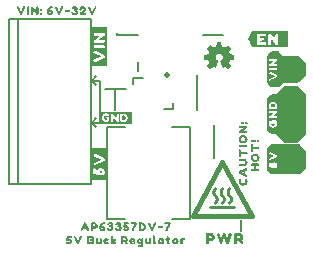
<source format=gto>
G04 EAGLE Gerber RS-274X export*
G75*
%MOMM*%
%FSLAX34Y34*%
%LPD*%
%INSilkscreen Top*%
%IPPOS*%
%AMOC8*
5,1,8,0,0,1.08239X$1,22.5*%
G01*
%ADD10C,0.203200*%
%ADD11C,0.200000*%
%ADD12C,0.508000*%
%ADD13C,0.250000*%
%ADD14C,0.400000*%

G36*
X225493Y131045D02*
X225493Y131045D01*
X225490Y131049D01*
X223990Y131049D01*
X223984Y131045D01*
X223980Y131048D01*
X223480Y130948D01*
X223476Y130943D01*
X223472Y130946D01*
X222972Y130746D01*
X222970Y130743D01*
X222968Y130744D01*
X222570Y130545D01*
X222072Y130346D01*
X222067Y130338D01*
X222060Y130339D01*
X221260Y129739D01*
X221258Y129730D01*
X221251Y129730D01*
X220351Y128530D01*
X220351Y128520D01*
X220344Y128518D01*
X219744Y127018D01*
X219745Y127017D01*
X219744Y127016D01*
X219746Y127012D01*
X219748Y127005D01*
X219741Y127000D01*
X219741Y126505D01*
X219642Y126010D01*
X219645Y126003D01*
X219641Y126000D01*
X219641Y102700D01*
X219647Y102691D01*
X219645Y102681D01*
X219658Y102677D01*
X219677Y102653D01*
X219659Y102638D01*
X219652Y102608D01*
X219641Y102600D01*
X219641Y102400D01*
X219645Y102394D01*
X219642Y102390D01*
X219942Y100890D01*
X219949Y100884D01*
X219946Y100878D01*
X220146Y100478D01*
X220149Y100477D01*
X220148Y100475D01*
X220447Y99977D01*
X220646Y99578D01*
X220656Y99573D01*
X220655Y99565D01*
X221053Y99168D01*
X221351Y98770D01*
X221360Y98768D01*
X221360Y98761D01*
X221760Y98461D01*
X221764Y98461D01*
X221765Y98458D01*
X222265Y98158D01*
X222268Y98158D01*
X222268Y98156D01*
X222668Y97956D01*
X222671Y97957D01*
X222672Y97954D01*
X223172Y97754D01*
X223178Y97756D01*
X223180Y97752D01*
X224180Y97552D01*
X224187Y97555D01*
X224190Y97551D01*
X225690Y97551D01*
X225701Y97559D01*
X225708Y97554D01*
X225792Y97588D01*
X227007Y97588D01*
X234078Y90517D01*
X234156Y90456D01*
X234228Y90389D01*
X234281Y90359D01*
X234329Y90322D01*
X234420Y90283D01*
X234507Y90235D01*
X234565Y90220D01*
X234621Y90196D01*
X234719Y90180D01*
X234815Y90156D01*
X234915Y90149D01*
X234935Y90146D01*
X234947Y90147D01*
X234975Y90145D01*
X245085Y90145D01*
X245183Y90158D01*
X245282Y90161D01*
X245340Y90178D01*
X245400Y90185D01*
X245492Y90222D01*
X245587Y90249D01*
X245640Y90280D01*
X245696Y90302D01*
X245776Y90360D01*
X245861Y90411D01*
X245937Y90477D01*
X245953Y90489D01*
X245961Y90499D01*
X245982Y90517D01*
X252358Y96893D01*
X252418Y96971D01*
X252486Y97043D01*
X252515Y97096D01*
X252552Y97144D01*
X252592Y97235D01*
X252640Y97321D01*
X252655Y97380D01*
X252679Y97436D01*
X252694Y97534D01*
X252719Y97629D01*
X252725Y97729D01*
X252729Y97750D01*
X252727Y97762D01*
X252729Y97790D01*
X252729Y130810D01*
X252717Y130908D01*
X252714Y131007D01*
X252697Y131065D01*
X252689Y131126D01*
X252653Y131218D01*
X252625Y131313D01*
X252595Y131365D01*
X252572Y131421D01*
X252514Y131501D01*
X252464Y131587D01*
X252398Y131662D01*
X252386Y131679D01*
X252376Y131686D01*
X252358Y131708D01*
X246008Y138058D01*
X245929Y138118D01*
X245857Y138186D01*
X245804Y138215D01*
X245756Y138252D01*
X245665Y138292D01*
X245579Y138340D01*
X245520Y138355D01*
X245464Y138379D01*
X245366Y138394D01*
X245271Y138419D01*
X245171Y138425D01*
X245150Y138429D01*
X245138Y138427D01*
X245110Y138429D01*
X234950Y138429D01*
X234852Y138417D01*
X234753Y138414D01*
X234695Y138397D01*
X234634Y138389D01*
X234542Y138353D01*
X234447Y138325D01*
X234395Y138295D01*
X234339Y138272D01*
X234259Y138214D01*
X234173Y138164D01*
X234098Y138098D01*
X234081Y138086D01*
X234074Y138076D01*
X234053Y138058D01*
X227033Y131038D01*
X225552Y131038D01*
X225500Y131048D01*
X225493Y131045D01*
G37*
G36*
X246478Y63513D02*
X246478Y63513D01*
X246577Y63516D01*
X246635Y63533D01*
X246696Y63541D01*
X246788Y63577D01*
X246883Y63605D01*
X246935Y63635D01*
X246991Y63658D01*
X247071Y63716D01*
X247157Y63766D01*
X247232Y63832D01*
X247249Y63844D01*
X247256Y63854D01*
X247278Y63873D01*
X252358Y68953D01*
X252418Y69031D01*
X252486Y69103D01*
X252507Y69140D01*
X252528Y69166D01*
X252536Y69183D01*
X252552Y69204D01*
X252592Y69295D01*
X252640Y69381D01*
X252652Y69428D01*
X252664Y69454D01*
X252666Y69467D01*
X252679Y69496D01*
X252694Y69594D01*
X252719Y69689D01*
X252725Y69789D01*
X252729Y69810D01*
X252727Y69822D01*
X252729Y69850D01*
X252729Y82550D01*
X252717Y82648D01*
X252714Y82747D01*
X252707Y82770D01*
X252707Y82776D01*
X252697Y82808D01*
X252689Y82866D01*
X252653Y82958D01*
X252625Y83053D01*
X252595Y83105D01*
X252572Y83161D01*
X252514Y83241D01*
X252464Y83327D01*
X252398Y83402D01*
X252386Y83419D01*
X252376Y83426D01*
X252358Y83448D01*
X247278Y88528D01*
X247199Y88588D01*
X247127Y88656D01*
X247074Y88685D01*
X247026Y88722D01*
X246935Y88762D01*
X246849Y88810D01*
X246790Y88825D01*
X246734Y88849D01*
X246636Y88864D01*
X246541Y88889D01*
X246441Y88895D01*
X246420Y88899D01*
X246408Y88897D01*
X246380Y88899D01*
X224790Y88899D01*
X224692Y88887D01*
X224593Y88884D01*
X224535Y88867D01*
X224474Y88859D01*
X224449Y88849D01*
X223990Y88849D01*
X223984Y88845D01*
X223980Y88848D01*
X223480Y88748D01*
X223476Y88743D01*
X223472Y88746D01*
X222472Y88346D01*
X222470Y88343D01*
X222468Y88344D01*
X222068Y88144D01*
X222065Y88138D01*
X222060Y88139D01*
X221260Y87539D01*
X221258Y87530D01*
X221251Y87530D01*
X220953Y87132D01*
X220555Y86735D01*
X220554Y86723D01*
X220546Y86722D01*
X220347Y86323D01*
X220048Y85825D01*
X220049Y85813D01*
X220042Y85810D01*
X219943Y85314D01*
X219744Y84818D01*
X219748Y84805D01*
X219741Y84800D01*
X219741Y84305D01*
X219642Y83810D01*
X219643Y83806D01*
X219645Y83803D01*
X219641Y83800D01*
X219641Y68300D01*
X219645Y68294D01*
X219642Y68290D01*
X219842Y67290D01*
X219847Y67286D01*
X219844Y67282D01*
X220244Y66282D01*
X220247Y66280D01*
X220246Y66278D01*
X220446Y65878D01*
X220452Y65875D01*
X220451Y65870D01*
X221051Y65070D01*
X221060Y65068D01*
X221060Y65061D01*
X222260Y64161D01*
X222270Y64161D01*
X222272Y64154D01*
X223272Y63754D01*
X223278Y63756D01*
X223280Y63752D01*
X224280Y63552D01*
X224287Y63555D01*
X224290Y63551D01*
X224439Y63551D01*
X224534Y63536D01*
X224629Y63511D01*
X224729Y63505D01*
X224750Y63501D01*
X224762Y63503D01*
X224790Y63501D01*
X246380Y63501D01*
X246478Y63513D01*
G37*
G36*
X225396Y137355D02*
X225396Y137355D01*
X225400Y137352D01*
X225461Y137364D01*
X228803Y137364D01*
X228901Y137376D01*
X229000Y137379D01*
X229059Y137396D01*
X229119Y137404D01*
X229211Y137440D01*
X229306Y137468D01*
X229358Y137499D01*
X229414Y137521D01*
X229494Y137579D01*
X229580Y137629D01*
X229655Y137696D01*
X229672Y137708D01*
X229680Y137717D01*
X229701Y137736D01*
X232936Y140971D01*
X245364Y140971D01*
X245462Y140983D01*
X245561Y140986D01*
X245619Y141003D01*
X245680Y141011D01*
X245772Y141047D01*
X245867Y141075D01*
X245919Y141105D01*
X245975Y141128D01*
X246055Y141186D01*
X246141Y141236D01*
X246216Y141302D01*
X246233Y141314D01*
X246240Y141324D01*
X246262Y141343D01*
X252358Y147439D01*
X252418Y147517D01*
X252486Y147589D01*
X252515Y147642D01*
X252552Y147690D01*
X252592Y147781D01*
X252640Y147867D01*
X252655Y147926D01*
X252679Y147982D01*
X252694Y148080D01*
X252719Y148175D01*
X252725Y148275D01*
X252729Y148296D01*
X252727Y148308D01*
X252729Y148336D01*
X252729Y156439D01*
X252717Y156537D01*
X252714Y156636D01*
X252697Y156694D01*
X252689Y156754D01*
X252653Y156846D01*
X252625Y156941D01*
X252595Y156994D01*
X252572Y157050D01*
X252514Y157130D01*
X252464Y157215D01*
X252398Y157291D01*
X252386Y157307D01*
X252376Y157315D01*
X252358Y157336D01*
X246236Y163458D01*
X246158Y163518D01*
X246086Y163586D01*
X246033Y163615D01*
X245985Y163652D01*
X245894Y163692D01*
X245807Y163740D01*
X245749Y163755D01*
X245693Y163779D01*
X245595Y163794D01*
X245499Y163819D01*
X245399Y163825D01*
X245379Y163829D01*
X245367Y163827D01*
X245339Y163829D01*
X233206Y163829D01*
X229766Y167109D01*
X229701Y167157D01*
X229643Y167212D01*
X229573Y167251D01*
X229510Y167298D01*
X229435Y167328D01*
X229365Y167367D01*
X229288Y167388D01*
X229215Y167417D01*
X229135Y167428D01*
X229058Y167449D01*
X228903Y167459D01*
X228900Y167460D01*
X228899Y167460D01*
X228897Y167460D01*
X224188Y167487D01*
X224066Y167472D01*
X223944Y167465D01*
X223908Y167453D01*
X223872Y167449D01*
X223758Y167404D01*
X223641Y167367D01*
X223610Y167347D01*
X223576Y167333D01*
X223486Y167270D01*
X222880Y167148D01*
X222870Y167137D01*
X222860Y167139D01*
X222466Y166843D01*
X221972Y166646D01*
X221967Y166638D01*
X221960Y166639D01*
X221160Y166039D01*
X221158Y166030D01*
X221151Y166030D01*
X220551Y165230D01*
X220551Y165226D01*
X220548Y165225D01*
X220248Y164725D01*
X220248Y164722D01*
X220246Y164722D01*
X220046Y164322D01*
X220047Y164319D01*
X220044Y164318D01*
X219844Y163818D01*
X219846Y163814D01*
X219842Y163811D01*
X219843Y163810D01*
X219842Y163810D01*
X219642Y162810D01*
X219645Y162803D01*
X219641Y162800D01*
X219641Y142000D01*
X219645Y141994D01*
X219642Y141990D01*
X219842Y140990D01*
X219847Y140986D01*
X219844Y140982D01*
X220044Y140482D01*
X220047Y140480D01*
X220046Y140478D01*
X220246Y140078D01*
X220249Y140077D01*
X220248Y140075D01*
X220548Y139575D01*
X220551Y139573D01*
X220551Y139570D01*
X220851Y139170D01*
X220856Y139169D01*
X220855Y139165D01*
X221555Y138465D01*
X221560Y138464D01*
X221560Y138461D01*
X221960Y138161D01*
X221970Y138161D01*
X221972Y138154D01*
X222466Y137957D01*
X222860Y137661D01*
X222876Y137661D01*
X222880Y137652D01*
X224380Y137352D01*
X224387Y137355D01*
X224390Y137351D01*
X225390Y137351D01*
X225396Y137355D01*
G37*
G36*
X84317Y154837D02*
X84317Y154837D01*
X84312Y154844D01*
X84319Y154850D01*
X84319Y188050D01*
X84283Y188097D01*
X84276Y188092D01*
X84270Y188099D01*
X70670Y188099D01*
X70623Y188063D01*
X70625Y188060D01*
X70623Y188058D01*
X70626Y188054D01*
X70621Y188050D01*
X70621Y154850D01*
X70657Y154803D01*
X70664Y154808D01*
X70670Y154801D01*
X84270Y154801D01*
X84317Y154837D01*
G37*
G36*
X236868Y170964D02*
X236868Y170964D01*
X236880Y170961D01*
X237280Y171261D01*
X237284Y171277D01*
X237291Y171282D01*
X237287Y171288D01*
X237289Y171292D01*
X237299Y171300D01*
X237299Y184100D01*
X237291Y184111D01*
X237296Y184118D01*
X237096Y184618D01*
X237055Y184643D01*
X237050Y184649D01*
X207850Y184649D01*
X207845Y184646D01*
X207842Y184649D01*
X207242Y184549D01*
X207220Y184525D01*
X207206Y184523D01*
X203806Y177923D01*
X203808Y177911D01*
X203805Y177908D01*
X203810Y177902D01*
X203812Y177890D01*
X203806Y177878D01*
X204106Y177278D01*
X207106Y171178D01*
X207130Y171166D01*
X207134Y171153D01*
X207734Y170953D01*
X207745Y170957D01*
X207750Y170951D01*
X236850Y170951D01*
X236868Y170964D01*
G37*
G36*
X84108Y58870D02*
X84108Y58870D01*
X84116Y58872D01*
X84316Y59372D01*
X84312Y59385D01*
X84319Y59390D01*
X84319Y85790D01*
X84283Y85837D01*
X84280Y85835D01*
X84278Y85839D01*
X83678Y85939D01*
X83673Y85936D01*
X83670Y85939D01*
X70770Y85939D01*
X70723Y85903D01*
X70725Y85900D01*
X70721Y85898D01*
X70621Y85298D01*
X70624Y85293D01*
X70621Y85290D01*
X70621Y59090D01*
X70650Y59052D01*
X70652Y59044D01*
X71152Y58844D01*
X71165Y58848D01*
X71170Y58841D01*
X84070Y58841D01*
X84108Y58870D01*
G37*
G36*
X186684Y152267D02*
X186684Y152267D01*
X186754Y152273D01*
X186769Y152282D01*
X186786Y152285D01*
X186892Y152357D01*
X186902Y152363D01*
X186903Y152365D01*
X186904Y152366D01*
X189204Y154666D01*
X189212Y154679D01*
X189213Y154680D01*
X189215Y154682D01*
X189217Y154686D01*
X189236Y154702D01*
X189262Y154759D01*
X189295Y154813D01*
X189298Y154837D01*
X189308Y154860D01*
X189306Y154922D01*
X189312Y154985D01*
X189303Y155008D01*
X189302Y155033D01*
X189262Y155115D01*
X189250Y155146D01*
X189244Y155152D01*
X189239Y155161D01*
X187294Y157755D01*
X187304Y157766D01*
X187323Y157796D01*
X187375Y157864D01*
X187475Y158064D01*
X187479Y158080D01*
X187488Y158093D01*
X187514Y158227D01*
X187515Y158232D01*
X187515Y158233D01*
X187515Y158234D01*
X187515Y158244D01*
X187548Y158309D01*
X187604Y158366D01*
X187623Y158396D01*
X187675Y158464D01*
X187775Y158664D01*
X187779Y158680D01*
X187788Y158693D01*
X187814Y158827D01*
X187815Y158832D01*
X187815Y158833D01*
X187815Y158834D01*
X187815Y158844D01*
X187975Y159164D01*
X187979Y159180D01*
X187988Y159193D01*
X188014Y159327D01*
X188015Y159332D01*
X188015Y159333D01*
X188015Y159334D01*
X188015Y159344D01*
X188075Y159464D01*
X188079Y159480D01*
X188088Y159493D01*
X188114Y159627D01*
X188115Y159632D01*
X188115Y159633D01*
X188115Y159634D01*
X188115Y159644D01*
X188175Y159764D01*
X188179Y159780D01*
X188188Y159793D01*
X188208Y159896D01*
X191500Y160460D01*
X191518Y160467D01*
X191537Y160468D01*
X191597Y160501D01*
X191659Y160527D01*
X191672Y160542D01*
X191689Y160551D01*
X191728Y160607D01*
X191772Y160658D01*
X191777Y160677D01*
X191788Y160693D01*
X191810Y160804D01*
X191815Y160826D01*
X191814Y160830D01*
X191815Y160834D01*
X191815Y164034D01*
X191811Y164053D01*
X191813Y164074D01*
X191802Y164106D01*
X191801Y164113D01*
X191796Y164122D01*
X191791Y164137D01*
X191776Y164202D01*
X191763Y164218D01*
X191756Y164237D01*
X191708Y164284D01*
X191666Y164336D01*
X191647Y164344D01*
X191633Y164358D01*
X191531Y164396D01*
X191508Y164406D01*
X191503Y164406D01*
X191498Y164408D01*
X188215Y164955D01*
X188215Y165034D01*
X188198Y165108D01*
X188184Y165183D01*
X188178Y165193D01*
X188176Y165202D01*
X188153Y165230D01*
X188115Y165285D01*
X188115Y165334D01*
X188098Y165408D01*
X188084Y165483D01*
X188078Y165493D01*
X188076Y165502D01*
X188053Y165530D01*
X188004Y165602D01*
X187948Y165658D01*
X187915Y165723D01*
X187915Y165834D01*
X187898Y165908D01*
X187884Y165983D01*
X187878Y165993D01*
X187876Y166002D01*
X187853Y166030D01*
X187815Y166085D01*
X187815Y166134D01*
X187798Y166208D01*
X187784Y166283D01*
X187778Y166293D01*
X187776Y166302D01*
X187753Y166330D01*
X187704Y166402D01*
X187648Y166458D01*
X187575Y166603D01*
X187552Y166631D01*
X187515Y166685D01*
X187515Y166734D01*
X187498Y166808D01*
X187484Y166883D01*
X187478Y166893D01*
X187476Y166902D01*
X187453Y166930D01*
X187404Y167002D01*
X187348Y167058D01*
X187308Y167138D01*
X189243Y169811D01*
X189253Y169835D01*
X189270Y169854D01*
X189286Y169914D01*
X189310Y169971D01*
X189308Y169996D01*
X189315Y170021D01*
X189303Y170082D01*
X189299Y170144D01*
X189286Y170166D01*
X189281Y170191D01*
X189230Y170263D01*
X189212Y170293D01*
X189205Y170298D01*
X189198Y170308D01*
X186898Y172508D01*
X186887Y172514D01*
X186879Y172525D01*
X186813Y172558D01*
X186749Y172596D01*
X186736Y172597D01*
X186725Y172602D01*
X186651Y172603D01*
X186577Y172608D01*
X186565Y172603D01*
X186552Y172603D01*
X186421Y172546D01*
X183747Y170702D01*
X183606Y170773D01*
X183590Y170777D01*
X183577Y170786D01*
X183443Y170812D01*
X183437Y170813D01*
X183436Y170813D01*
X183426Y170813D01*
X183361Y170845D01*
X183304Y170902D01*
X183274Y170921D01*
X183206Y170973D01*
X183006Y171073D01*
X182990Y171077D01*
X182977Y171086D01*
X182843Y171112D01*
X182837Y171113D01*
X182836Y171113D01*
X182826Y171113D01*
X182761Y171145D01*
X182704Y171202D01*
X182639Y171242D01*
X182577Y171286D01*
X182565Y171288D01*
X182557Y171293D01*
X182522Y171296D01*
X182436Y171313D01*
X182326Y171313D01*
X182206Y171373D01*
X182190Y171377D01*
X182177Y171386D01*
X182043Y171412D01*
X182037Y171413D01*
X182036Y171413D01*
X182026Y171413D01*
X181906Y171473D01*
X181890Y171477D01*
X181877Y171486D01*
X181743Y171512D01*
X181737Y171513D01*
X181736Y171513D01*
X181726Y171513D01*
X181606Y171573D01*
X181590Y171577D01*
X181577Y171586D01*
X181560Y171589D01*
X181010Y174798D01*
X181002Y174816D01*
X181001Y174835D01*
X180969Y174894D01*
X180942Y174957D01*
X180928Y174970D01*
X180918Y174987D01*
X180863Y175026D01*
X180811Y175070D01*
X180792Y175075D01*
X180777Y175086D01*
X180666Y175107D01*
X180644Y175113D01*
X180640Y175112D01*
X180636Y175113D01*
X177436Y175113D01*
X177417Y175109D01*
X177398Y175111D01*
X177334Y175089D01*
X177268Y175073D01*
X177253Y175061D01*
X177234Y175055D01*
X177187Y175007D01*
X177134Y174963D01*
X177126Y174946D01*
X177113Y174932D01*
X177073Y174826D01*
X177064Y174805D01*
X177064Y174802D01*
X177062Y174798D01*
X176504Y171542D01*
X176446Y171513D01*
X176336Y171513D01*
X176262Y171496D01*
X176186Y171482D01*
X176177Y171476D01*
X176168Y171473D01*
X176140Y171451D01*
X176084Y171413D01*
X176036Y171413D01*
X176020Y171409D01*
X176004Y171412D01*
X175873Y171375D01*
X175868Y171373D01*
X175867Y171373D01*
X175866Y171373D01*
X175746Y171313D01*
X175736Y171313D01*
X175720Y171309D01*
X175704Y171312D01*
X175573Y171275D01*
X175568Y171273D01*
X175567Y171273D01*
X175566Y171273D01*
X175366Y171173D01*
X175339Y171150D01*
X175284Y171113D01*
X175236Y171113D01*
X175162Y171096D01*
X175086Y171082D01*
X175077Y171076D01*
X175068Y171073D01*
X175040Y171051D01*
X174968Y171002D01*
X174911Y170945D01*
X174766Y170873D01*
X174739Y170850D01*
X174684Y170813D01*
X174636Y170813D01*
X174562Y170796D01*
X174486Y170782D01*
X174477Y170776D01*
X174468Y170773D01*
X174440Y170751D01*
X174368Y170702D01*
X174350Y170684D01*
X171651Y172546D01*
X171635Y172552D01*
X171623Y172564D01*
X171556Y172583D01*
X171490Y172609D01*
X171473Y172608D01*
X171457Y172612D01*
X171388Y172600D01*
X171318Y172594D01*
X171303Y172585D01*
X171286Y172582D01*
X171180Y172510D01*
X171170Y172504D01*
X171169Y172503D01*
X171168Y172502D01*
X168968Y170302D01*
X168959Y170287D01*
X168945Y170277D01*
X168914Y170214D01*
X168877Y170155D01*
X168875Y170138D01*
X168867Y170123D01*
X168867Y170052D01*
X168860Y169983D01*
X168866Y169967D01*
X168866Y169949D01*
X168918Y169832D01*
X168922Y169821D01*
X168923Y169820D01*
X168924Y169818D01*
X170775Y167135D01*
X170773Y167120D01*
X170757Y167034D01*
X170757Y166984D01*
X170749Y166971D01*
X170697Y166903D01*
X170624Y166758D01*
X170568Y166702D01*
X170528Y166637D01*
X170484Y166574D01*
X170482Y166563D01*
X170477Y166555D01*
X170473Y166520D01*
X170457Y166434D01*
X170457Y166384D01*
X170449Y166371D01*
X170397Y166303D01*
X170297Y166103D01*
X170293Y166088D01*
X170284Y166074D01*
X170267Y165987D01*
X170264Y165979D01*
X170264Y165971D01*
X170258Y165940D01*
X170257Y165935D01*
X170257Y165934D01*
X170257Y165923D01*
X170097Y165603D01*
X170093Y165588D01*
X170084Y165574D01*
X170058Y165440D01*
X170057Y165435D01*
X170057Y165434D01*
X170057Y165423D01*
X169997Y165303D01*
X169993Y165288D01*
X169984Y165274D01*
X169975Y165229D01*
X169971Y165221D01*
X169972Y165211D01*
X169958Y165140D01*
X169957Y165135D01*
X169957Y165134D01*
X169957Y165123D01*
X169897Y165003D01*
X169893Y164988D01*
X169884Y164974D01*
X169881Y164958D01*
X166672Y164408D01*
X166654Y164400D01*
X166635Y164399D01*
X166575Y164367D01*
X166513Y164340D01*
X166500Y164325D01*
X166483Y164316D01*
X166444Y164261D01*
X166400Y164209D01*
X166395Y164190D01*
X166384Y164174D01*
X166368Y164093D01*
X166364Y164083D01*
X166364Y164072D01*
X166362Y164063D01*
X166357Y164041D01*
X166358Y164038D01*
X166357Y164034D01*
X166357Y160834D01*
X166361Y160815D01*
X166359Y160796D01*
X166381Y160731D01*
X166396Y160665D01*
X166409Y160650D01*
X166415Y160632D01*
X166463Y160584D01*
X166506Y160532D01*
X166524Y160524D01*
X166538Y160510D01*
X166644Y160470D01*
X166664Y160461D01*
X166668Y160461D01*
X166672Y160460D01*
X169928Y159902D01*
X169957Y159844D01*
X169957Y159734D01*
X169974Y159659D01*
X169988Y159584D01*
X169994Y159574D01*
X169996Y159565D01*
X170019Y159538D01*
X170057Y159482D01*
X170057Y159434D01*
X170070Y159378D01*
X170071Y159359D01*
X170076Y159349D01*
X170088Y159284D01*
X170094Y159274D01*
X170096Y159265D01*
X170119Y159238D01*
X170168Y159166D01*
X170224Y159109D01*
X170257Y159044D01*
X170257Y158934D01*
X170274Y158859D01*
X170288Y158784D01*
X170294Y158774D01*
X170296Y158765D01*
X170319Y158738D01*
X170357Y158682D01*
X170357Y158634D01*
X170374Y158559D01*
X170388Y158484D01*
X170394Y158474D01*
X170396Y158465D01*
X170419Y158438D01*
X170468Y158366D01*
X170524Y158309D01*
X170597Y158164D01*
X170620Y158136D01*
X170663Y158073D01*
X170665Y158069D01*
X170666Y158069D01*
X170668Y158066D01*
X170724Y158009D01*
X170757Y157944D01*
X170757Y157934D01*
X170760Y157918D01*
X170758Y157902D01*
X170770Y157860D01*
X170771Y157842D01*
X170780Y157825D01*
X170795Y157771D01*
X170795Y157769D01*
X168927Y155154D01*
X168921Y155139D01*
X168910Y155128D01*
X168889Y155060D01*
X168862Y154994D01*
X168863Y154978D01*
X168858Y154963D01*
X168869Y154893D01*
X168874Y154821D01*
X168882Y154808D01*
X168884Y154792D01*
X168959Y154676D01*
X168961Y154672D01*
X168962Y154672D01*
X171162Y152372D01*
X171180Y152360D01*
X171193Y152343D01*
X171252Y152313D01*
X171307Y152277D01*
X171328Y152275D01*
X171347Y152265D01*
X171413Y152265D01*
X171479Y152257D01*
X171499Y152264D01*
X171520Y152264D01*
X171615Y152306D01*
X171642Y152315D01*
X171645Y152319D01*
X171651Y152321D01*
X174372Y154198D01*
X174395Y154181D01*
X174407Y154179D01*
X174415Y154174D01*
X174450Y154171D01*
X174465Y154168D01*
X174468Y154166D01*
X174533Y154125D01*
X174595Y154081D01*
X174607Y154079D01*
X174615Y154074D01*
X174650Y154071D01*
X174665Y154068D01*
X174668Y154066D01*
X174733Y154025D01*
X174795Y153981D01*
X174807Y153979D01*
X174815Y153974D01*
X174850Y153971D01*
X174865Y153968D01*
X174868Y153966D01*
X174933Y153925D01*
X174995Y153881D01*
X175007Y153879D01*
X175015Y153874D01*
X175050Y153871D01*
X175065Y153868D01*
X175068Y153866D01*
X175133Y153825D01*
X175195Y153781D01*
X175207Y153779D01*
X175215Y153774D01*
X175250Y153771D01*
X175265Y153768D01*
X175268Y153766D01*
X175333Y153725D01*
X175395Y153681D01*
X175407Y153679D01*
X175415Y153674D01*
X175450Y153671D01*
X175536Y153654D01*
X175586Y153654D01*
X175607Y153641D01*
X175640Y153609D01*
X175679Y153596D01*
X175715Y153574D01*
X175760Y153570D01*
X175804Y153556D01*
X175846Y153562D01*
X175887Y153558D01*
X175930Y153574D01*
X175975Y153581D01*
X176010Y153605D01*
X176049Y153620D01*
X176080Y153653D01*
X176117Y153680D01*
X176143Y153722D01*
X176166Y153747D01*
X176173Y153772D01*
X176192Y153802D01*
X178192Y159202D01*
X178199Y159259D01*
X178215Y159314D01*
X178209Y159344D01*
X178213Y159374D01*
X178194Y159428D01*
X178184Y159485D01*
X178166Y159509D01*
X178156Y159537D01*
X178115Y159577D01*
X178081Y159623D01*
X178051Y159640D01*
X178032Y159658D01*
X178000Y159668D01*
X177956Y159693D01*
X177682Y159785D01*
X177361Y159945D01*
X177204Y160102D01*
X177174Y160121D01*
X177106Y160173D01*
X176961Y160245D01*
X176848Y160358D01*
X176775Y160503D01*
X176752Y160531D01*
X176704Y160602D01*
X176548Y160758D01*
X176387Y161079D01*
X176296Y161354D01*
X176284Y161373D01*
X176275Y161403D01*
X176115Y161723D01*
X176115Y161934D01*
X176107Y161969D01*
X176096Y162054D01*
X176015Y162295D01*
X176015Y162772D01*
X176380Y163866D01*
X176731Y164392D01*
X176878Y164539D01*
X177146Y164718D01*
X177168Y164741D01*
X177204Y164766D01*
X177378Y164939D01*
X177604Y165090D01*
X177856Y165174D01*
X177874Y165185D01*
X177888Y165188D01*
X177901Y165199D01*
X177946Y165218D01*
X178151Y165354D01*
X178336Y165354D01*
X178371Y165363D01*
X178428Y165366D01*
X178783Y165454D01*
X179374Y165454D01*
X179616Y165374D01*
X179652Y165371D01*
X179736Y165354D01*
X179921Y165354D01*
X180126Y165218D01*
X180161Y165205D01*
X180210Y165177D01*
X180212Y165176D01*
X180213Y165176D01*
X180216Y165174D01*
X180468Y165090D01*
X180995Y164739D01*
X181341Y164392D01*
X181692Y163866D01*
X181776Y163614D01*
X181796Y163582D01*
X181820Y163523D01*
X181957Y163319D01*
X181957Y163134D01*
X181965Y163099D01*
X181976Y163014D01*
X182057Y162772D01*
X182057Y161995D01*
X181976Y161754D01*
X181973Y161718D01*
X181957Y161634D01*
X181957Y161523D01*
X181897Y161403D01*
X181891Y161381D01*
X181876Y161354D01*
X181785Y161079D01*
X181724Y160958D01*
X181568Y160802D01*
X181549Y160771D01*
X181497Y160703D01*
X181424Y160558D01*
X181111Y160245D01*
X180966Y160173D01*
X180939Y160150D01*
X180868Y160102D01*
X180711Y159945D01*
X180166Y159673D01*
X180143Y159653D01*
X180114Y159641D01*
X180077Y159598D01*
X180033Y159562D01*
X180021Y159534D01*
X180001Y159511D01*
X179986Y159456D01*
X179963Y159404D01*
X179965Y159373D01*
X179957Y159343D01*
X179969Y159269D01*
X179971Y159231D01*
X179978Y159219D01*
X179980Y159202D01*
X181980Y153802D01*
X181992Y153785D01*
X181996Y153765D01*
X182039Y153714D01*
X182076Y153658D01*
X182094Y153647D01*
X182106Y153632D01*
X182168Y153605D01*
X182226Y153571D01*
X182246Y153570D01*
X182264Y153561D01*
X182331Y153564D01*
X182398Y153560D01*
X182417Y153567D01*
X182437Y153568D01*
X182496Y153600D01*
X182558Y153626D01*
X182571Y153642D01*
X182589Y153651D01*
X182602Y153670D01*
X182610Y153672D01*
X182686Y153685D01*
X182695Y153692D01*
X182704Y153694D01*
X182732Y153717D01*
X182804Y153766D01*
X182811Y153772D01*
X182886Y153785D01*
X182895Y153792D01*
X182904Y153794D01*
X182932Y153817D01*
X183004Y153866D01*
X183011Y153872D01*
X183086Y153885D01*
X183095Y153892D01*
X183104Y153894D01*
X183132Y153917D01*
X183188Y153954D01*
X183236Y153954D01*
X183310Y153972D01*
X183386Y153985D01*
X183395Y153992D01*
X183404Y153994D01*
X183432Y154017D01*
X183504Y154066D01*
X183511Y154072D01*
X183586Y154085D01*
X183595Y154092D01*
X183604Y154094D01*
X183632Y154117D01*
X183704Y154166D01*
X183722Y154183D01*
X186421Y152321D01*
X186437Y152315D01*
X186449Y152304D01*
X186517Y152284D01*
X186582Y152258D01*
X186599Y152260D01*
X186615Y152255D01*
X186684Y152267D01*
G37*
G36*
X105383Y106177D02*
X105383Y106177D01*
X105377Y106184D01*
X105384Y106190D01*
X105384Y116390D01*
X105349Y116438D01*
X105341Y116432D01*
X105335Y116439D01*
X79535Y116439D01*
X79528Y116434D01*
X79519Y116437D01*
X79515Y116424D01*
X79488Y116403D01*
X79492Y116398D01*
X79491Y116398D01*
X79502Y116384D01*
X79501Y116381D01*
X79476Y116418D01*
X79443Y116429D01*
X79435Y116439D01*
X76935Y116439D01*
X76888Y116403D01*
X76890Y116400D01*
X76888Y116398D01*
X76891Y116394D01*
X76886Y116390D01*
X76886Y106290D01*
X76922Y106243D01*
X76924Y106244D01*
X76926Y106242D01*
X77426Y106142D01*
X77432Y106145D01*
X77435Y106141D01*
X105335Y106141D01*
X105383Y106177D01*
G37*
%LPC*%
G36*
X79994Y62734D02*
X79994Y62734D01*
X79412Y63219D01*
X79222Y63788D01*
X79414Y64267D01*
X79811Y64863D01*
X79810Y64878D01*
X79819Y64883D01*
X79919Y65583D01*
X79911Y65597D01*
X79917Y65606D01*
X79717Y66206D01*
X79700Y66217D01*
X79701Y66228D01*
X79201Y66628D01*
X79173Y66629D01*
X79163Y66639D01*
X78463Y66539D01*
X78445Y66520D01*
X78432Y66521D01*
X78032Y66021D01*
X78031Y66002D01*
X78023Y65995D01*
X78024Y65993D01*
X78021Y65990D01*
X78021Y65190D01*
X78032Y65175D01*
X78028Y65165D01*
X78325Y64669D01*
X78517Y64094D01*
X78226Y63512D01*
X78226Y63510D01*
X78225Y63509D01*
X77933Y62828D01*
X77465Y62641D01*
X76379Y62838D01*
X76377Y62838D01*
X76377Y62839D01*
X73388Y63237D01*
X72808Y63624D01*
X72519Y64202D01*
X72519Y67981D01*
X72707Y68451D01*
X73286Y68643D01*
X73300Y68664D01*
X73317Y68677D01*
X73314Y68682D01*
X73319Y68686D01*
X73519Y70886D01*
X73500Y70915D01*
X73501Y70928D01*
X73011Y71320D01*
X72719Y72099D01*
X72719Y72666D01*
X73197Y73048D01*
X73591Y73246D01*
X78890Y75645D01*
X78904Y75670D01*
X78905Y75671D01*
X78904Y75671D01*
X78919Y75697D01*
X78909Y75703D01*
X78914Y75712D01*
X78814Y75912D01*
X78794Y75922D01*
X78791Y75935D01*
X73891Y78235D01*
X73890Y78234D01*
X73889Y78235D01*
X73192Y78534D01*
X72719Y78818D01*
X72719Y79484D01*
X72815Y79867D01*
X73300Y80449D01*
X73769Y80637D01*
X74450Y80345D01*
X81148Y77046D01*
X81738Y76751D01*
X82121Y76273D01*
X82121Y75598D01*
X81929Y75022D01*
X81345Y74633D01*
X74054Y71037D01*
X73560Y70938D01*
X73522Y70895D01*
X73521Y70894D01*
X73321Y68694D01*
X73352Y68644D01*
X73360Y68648D01*
X73364Y68641D01*
X74154Y68542D01*
X74625Y68260D01*
X74721Y67587D01*
X74721Y65590D01*
X74733Y65574D01*
X74729Y65563D01*
X74929Y65263D01*
X74962Y65251D01*
X74970Y65241D01*
X75670Y65241D01*
X75717Y65277D01*
X75716Y65278D01*
X75718Y65279D01*
X75716Y65282D01*
X75719Y65283D01*
X75819Y65983D01*
X75918Y66675D01*
X76212Y67263D01*
X76607Y67757D01*
X77099Y68249D01*
X77689Y68544D01*
X78281Y68742D01*
X78970Y68840D01*
X79659Y68742D01*
X80248Y68545D01*
X80841Y68150D01*
X81333Y67756D01*
X81727Y67165D01*
X82023Y66575D01*
X82121Y65986D01*
X82121Y65293D01*
X82022Y64601D01*
X81824Y64009D01*
X81529Y63417D01*
X81037Y62828D01*
X80564Y62544D01*
X79994Y62734D01*
G37*
%LPD*%
G36*
X181357Y4241D02*
X181357Y4241D01*
X181377Y4262D01*
X181391Y4263D01*
X181791Y4863D01*
X181790Y4872D01*
X181797Y4874D01*
X182596Y7173D01*
X183347Y9144D01*
X184603Y5374D01*
X184803Y4774D01*
X184817Y4765D01*
X184815Y4755D01*
X185315Y4255D01*
X185336Y4252D01*
X185342Y4241D01*
X185942Y4141D01*
X185959Y4151D01*
X185969Y4145D01*
X186669Y4445D01*
X186680Y4463D01*
X186692Y4465D01*
X186992Y4965D01*
X186991Y4972D01*
X186996Y4974D01*
X189496Y12074D01*
X189496Y12076D01*
X189497Y12076D01*
X189697Y12776D01*
X189688Y12800D01*
X189694Y12812D01*
X189494Y13212D01*
X189476Y13221D01*
X189474Y13233D01*
X188774Y13633D01*
X188766Y13632D01*
X188764Y13637D01*
X188064Y13837D01*
X188036Y13827D01*
X188023Y13831D01*
X187423Y13431D01*
X187415Y13410D01*
X187403Y13406D01*
X185907Y9017D01*
X185772Y8881D01*
X184497Y12706D01*
X184492Y12709D01*
X184494Y12712D01*
X184194Y13312D01*
X184181Y13319D01*
X184181Y13328D01*
X183681Y13728D01*
X183653Y13729D01*
X183643Y13739D01*
X182943Y13639D01*
X182935Y13631D01*
X182928Y13634D01*
X182328Y13334D01*
X182317Y13313D01*
X182305Y13309D01*
X182005Y12609D01*
X182005Y12607D01*
X182003Y12606D01*
X180729Y8881D01*
X180593Y9016D01*
X179397Y12904D01*
X179392Y12908D01*
X179394Y12912D01*
X179094Y13512D01*
X179074Y13522D01*
X179072Y13534D01*
X178472Y13834D01*
X178447Y13829D01*
X178436Y13837D01*
X177736Y13637D01*
X177730Y13629D01*
X177723Y13631D01*
X177123Y13231D01*
X177114Y13206D01*
X177102Y13200D01*
X177002Y12700D01*
X177007Y12689D01*
X177001Y12683D01*
X177101Y11983D01*
X177106Y11978D01*
X177104Y11974D01*
X179604Y4874D01*
X179614Y4867D01*
X179612Y4859D01*
X180012Y4359D01*
X180031Y4354D01*
X180034Y4343D01*
X180634Y4143D01*
X180650Y4148D01*
X180657Y4141D01*
X181357Y4241D01*
G37*
G36*
X193756Y4241D02*
X193756Y4241D01*
X193772Y4257D01*
X193785Y4255D01*
X194185Y4655D01*
X194186Y4667D01*
X194190Y4669D01*
X194187Y4673D01*
X194188Y4676D01*
X194199Y4682D01*
X194299Y5282D01*
X194296Y5287D01*
X194299Y5290D01*
X194299Y6657D01*
X194759Y6841D01*
X196123Y6841D01*
X196606Y6067D01*
X197305Y4470D01*
X197323Y4460D01*
X197325Y4448D01*
X197825Y4148D01*
X197849Y4150D01*
X197858Y4141D01*
X198458Y4241D01*
X198467Y4251D01*
X198474Y4247D01*
X199174Y4647D01*
X199181Y4663D01*
X199192Y4665D01*
X199492Y5165D01*
X199489Y5193D01*
X199497Y5204D01*
X199297Y5904D01*
X199289Y5910D01*
X199291Y5917D01*
X199094Y6213D01*
X198597Y7504D01*
X198503Y7977D01*
X198888Y8459D01*
X198889Y8467D01*
X198894Y8468D01*
X199194Y9068D01*
X199193Y9075D01*
X199197Y9076D01*
X199397Y9776D01*
X199394Y9786D01*
X199399Y9790D01*
X199399Y10490D01*
X199396Y10494D01*
X199399Y10497D01*
X199299Y11197D01*
X199294Y11202D01*
X199297Y11206D01*
X199097Y11806D01*
X199089Y11811D01*
X199091Y11817D01*
X198691Y12417D01*
X198684Y12420D01*
X198685Y12425D01*
X198285Y12825D01*
X198226Y12833D01*
X198225Y12824D01*
X198215Y12825D01*
X197731Y12340D01*
X198187Y12857D01*
X198191Y12917D01*
X198181Y12918D01*
X198181Y12928D01*
X197681Y13328D01*
X197671Y13329D01*
X197669Y13335D01*
X196969Y13635D01*
X196961Y13633D01*
X196958Y13639D01*
X195758Y13839D01*
X195753Y13836D01*
X195750Y13839D01*
X192950Y13839D01*
X192942Y13833D01*
X192936Y13837D01*
X192236Y13637D01*
X192221Y13617D01*
X192208Y13615D01*
X191908Y13115D01*
X191910Y13097D01*
X191901Y13090D01*
X191901Y5590D01*
X191904Y5586D01*
X191901Y5583D01*
X192001Y4883D01*
X192007Y4877D01*
X192004Y4872D01*
X192204Y4372D01*
X192232Y4355D01*
X192236Y4343D01*
X192936Y4143D01*
X192950Y4148D01*
X192956Y4141D01*
X193756Y4241D01*
G37*
%LPC*%
G36*
X81019Y174852D02*
X81019Y174852D01*
X80981Y174898D01*
X80975Y174893D01*
X80970Y174899D01*
X73479Y174899D01*
X73006Y175089D01*
X72719Y175662D01*
X72719Y176436D01*
X73008Y176917D01*
X73601Y177411D01*
X76299Y179410D01*
X78099Y180710D01*
X78108Y180739D01*
X78112Y180742D01*
X78110Y180745D01*
X78116Y180767D01*
X78103Y180771D01*
X78105Y180785D01*
X78005Y180885D01*
X77978Y180889D01*
X77970Y180899D01*
X73873Y180899D01*
X73188Y180997D01*
X72911Y181182D01*
X72719Y181758D01*
X72719Y182438D01*
X73003Y183006D01*
X73578Y183101D01*
X74273Y183201D01*
X81063Y183201D01*
X81744Y183006D01*
X82121Y182630D01*
X82121Y181854D01*
X82024Y181274D01*
X81438Y180687D01*
X77341Y177590D01*
X77043Y177391D01*
X77040Y177384D01*
X77035Y177385D01*
X76835Y177185D01*
X76834Y177174D01*
X76833Y177174D01*
X76834Y177173D01*
X76833Y177171D01*
X76823Y177163D01*
X76831Y177153D01*
X76827Y177126D01*
X76854Y177122D01*
X76870Y177101D01*
X81556Y177101D01*
X82024Y176820D01*
X82120Y176050D01*
X82024Y175277D01*
X81650Y174997D01*
X81062Y174899D01*
X81029Y174863D01*
X81023Y174859D01*
X81023Y174858D01*
X81021Y174855D01*
X81024Y174853D01*
X81021Y174850D01*
X81021Y174821D01*
X81019Y174852D01*
G37*
%LPD*%
%LPC*%
G36*
X221075Y173149D02*
X221075Y173149D01*
X220797Y173520D01*
X220699Y174203D01*
X220699Y181692D01*
X220891Y182267D01*
X221364Y182551D01*
X222136Y182551D01*
X222621Y182260D01*
X223213Y181767D01*
X225109Y178972D01*
X225113Y178971D01*
X225112Y178969D01*
X226512Y177269D01*
X226516Y177268D01*
X226515Y177265D01*
X226615Y177165D01*
X226629Y177163D01*
X226637Y177153D01*
X226643Y177158D01*
X226645Y177156D01*
X226650Y177156D01*
X226655Y177160D01*
X226674Y177157D01*
X226677Y177177D01*
X226697Y177192D01*
X226694Y177196D01*
X226699Y177200D01*
X226699Y181297D01*
X226798Y181990D01*
X226891Y182360D01*
X227557Y182551D01*
X228236Y182551D01*
X228709Y182267D01*
X228901Y181692D01*
X228901Y174204D01*
X228803Y173620D01*
X228523Y173247D01*
X227647Y173149D01*
X227070Y173149D01*
X226487Y173732D01*
X222889Y178530D01*
X222873Y178534D01*
X222863Y178547D01*
X222853Y178540D01*
X222832Y178546D01*
X222824Y178518D01*
X222801Y178500D01*
X222801Y173709D01*
X222615Y173245D01*
X221947Y173149D01*
X221075Y173149D01*
G37*
%LPD*%
G36*
X169771Y4157D02*
X169771Y4157D01*
X169785Y4155D01*
X170185Y4555D01*
X170186Y4567D01*
X170191Y4571D01*
X170188Y4576D01*
X170199Y4582D01*
X170299Y5182D01*
X170296Y5187D01*
X170299Y5190D01*
X170299Y6560D01*
X170662Y6741D01*
X172050Y6741D01*
X172055Y6744D01*
X172058Y6741D01*
X172658Y6841D01*
X172662Y6846D01*
X172666Y6843D01*
X173266Y7043D01*
X173271Y7051D01*
X173277Y7049D01*
X174477Y7849D01*
X174481Y7859D01*
X174488Y7859D01*
X174888Y8359D01*
X174889Y8369D01*
X174895Y8371D01*
X175195Y9071D01*
X175193Y9079D01*
X175199Y9082D01*
X175299Y9682D01*
X175298Y9683D01*
X175299Y9683D01*
X175399Y10383D01*
X175396Y10388D01*
X175399Y10390D01*
X175399Y11090D01*
X175390Y11103D01*
X175394Y11112D01*
X174994Y11912D01*
X174987Y11915D01*
X174988Y11921D01*
X174588Y12421D01*
X174584Y12422D01*
X174585Y12425D01*
X174085Y12925D01*
X174078Y12926D01*
X174077Y12931D01*
X173477Y13331D01*
X173473Y13331D01*
X173472Y13334D01*
X172872Y13634D01*
X172861Y13632D01*
X172857Y13639D01*
X172157Y13739D01*
X172152Y13736D01*
X172150Y13739D01*
X168750Y13739D01*
X168741Y13732D01*
X168734Y13737D01*
X168134Y13537D01*
X168117Y13512D01*
X168104Y13508D01*
X167904Y13008D01*
X167908Y12995D01*
X167901Y12990D01*
X167901Y4790D01*
X167910Y4777D01*
X167906Y4768D01*
X168106Y4368D01*
X168132Y4355D01*
X168136Y4343D01*
X168836Y4143D01*
X168846Y4146D01*
X168850Y4141D01*
X169750Y4141D01*
X169771Y4157D01*
G37*
%LPC*%
G36*
X212353Y173149D02*
X212353Y173149D01*
X211577Y173246D01*
X211297Y173620D01*
X211199Y174303D01*
X211199Y181791D01*
X211396Y182282D01*
X211390Y182304D01*
X211397Y182314D01*
X211235Y182848D01*
X211404Y182383D01*
X211454Y182351D01*
X211459Y182360D01*
X211468Y182354D01*
X211959Y182551D01*
X217446Y182551D01*
X218033Y182453D01*
X218504Y182170D01*
X218600Y181404D01*
X218407Y180730D01*
X218031Y180447D01*
X217347Y180349D01*
X213950Y180349D01*
X213939Y180341D01*
X213932Y180346D01*
X213432Y180146D01*
X213407Y180105D01*
X213401Y180100D01*
X213401Y179500D01*
X213409Y179489D01*
X213404Y179482D01*
X213604Y178982D01*
X213645Y178957D01*
X213650Y178951D01*
X216338Y178951D01*
X216911Y178664D01*
X217101Y178191D01*
X217101Y177314D01*
X216820Y176845D01*
X216245Y176749D01*
X213448Y176649D01*
X213402Y176612D01*
X213407Y176605D01*
X213401Y176600D01*
X213401Y176000D01*
X213408Y175991D01*
X213403Y175984D01*
X213603Y175384D01*
X213647Y175354D01*
X213650Y175351D01*
X217742Y175351D01*
X218313Y175161D01*
X218501Y174691D01*
X218501Y173808D01*
X218313Y173244D01*
X217746Y173149D01*
X212353Y173149D01*
G37*
%LPD*%
G36*
X200103Y89540D02*
X200103Y89540D01*
X200112Y89536D01*
X200510Y89735D01*
X201008Y89934D01*
X201010Y89937D01*
X201012Y89936D01*
X201412Y90136D01*
X201417Y90146D01*
X201425Y90145D01*
X201822Y90543D01*
X202220Y90841D01*
X202223Y90854D01*
X202232Y90855D01*
X202532Y91355D01*
X202532Y91358D01*
X202534Y91358D01*
X202734Y91758D01*
X202733Y91761D01*
X202736Y91762D01*
X202936Y92262D01*
X202933Y92272D01*
X202937Y92275D01*
X202936Y92277D01*
X202939Y92280D01*
X202939Y92775D01*
X203038Y93270D01*
X203032Y93283D01*
X203038Y93290D01*
X202838Y94290D01*
X202831Y94296D01*
X202834Y94302D01*
X202634Y94702D01*
X202631Y94703D01*
X202632Y94705D01*
X202332Y95205D01*
X202324Y95209D01*
X202325Y95215D01*
X201625Y95915D01*
X201616Y95916D01*
X201615Y95922D01*
X201115Y96222D01*
X201112Y96222D01*
X201112Y96224D01*
X200712Y96424D01*
X200703Y96422D01*
X200700Y96428D01*
X199700Y96628D01*
X199693Y96625D01*
X199690Y96629D01*
X198690Y96629D01*
X198684Y96625D01*
X198680Y96628D01*
X198180Y96528D01*
X198176Y96523D01*
X198172Y96526D01*
X197672Y96326D01*
X197670Y96323D01*
X197668Y96324D01*
X197268Y96124D01*
X197265Y96118D01*
X197260Y96119D01*
X196860Y95819D01*
X196859Y95814D01*
X196855Y95815D01*
X196455Y95415D01*
X196454Y95410D01*
X196451Y95410D01*
X196151Y95010D01*
X196151Y95000D01*
X196144Y94998D01*
X195945Y94500D01*
X195746Y94102D01*
X195748Y94093D01*
X195742Y94090D01*
X195542Y93090D01*
X195550Y93074D01*
X195543Y93064D01*
X195641Y92772D01*
X195641Y92280D01*
X195649Y92269D01*
X195644Y92262D01*
X196044Y91262D01*
X196052Y91257D01*
X196051Y91250D01*
X196651Y90450D01*
X196660Y90448D01*
X196660Y90441D01*
X197060Y90141D01*
X197070Y90141D01*
X197072Y90134D01*
X197570Y89935D01*
X197968Y89736D01*
X197977Y89738D01*
X197980Y89732D01*
X198980Y89532D01*
X198987Y89535D01*
X198990Y89531D01*
X200090Y89531D01*
X200103Y89540D01*
G37*
G36*
X209756Y73865D02*
X209756Y73865D01*
X209760Y73862D01*
X210260Y73962D01*
X210261Y73963D01*
X210262Y73962D01*
X210662Y74062D01*
X210665Y74066D01*
X210668Y74064D01*
X211168Y74264D01*
X211173Y74272D01*
X211180Y74271D01*
X211980Y74871D01*
X211981Y74876D01*
X211985Y74875D01*
X212385Y75275D01*
X212386Y75280D01*
X212389Y75280D01*
X212689Y75680D01*
X212689Y75687D01*
X212694Y75688D01*
X212894Y76088D01*
X212893Y76091D01*
X212896Y76092D01*
X213096Y76592D01*
X213093Y76602D01*
X213097Y76605D01*
X213096Y76607D01*
X213099Y76610D01*
X213099Y77105D01*
X213198Y77600D01*
X213192Y77613D01*
X213198Y77620D01*
X212998Y78620D01*
X212993Y78624D01*
X212996Y78628D01*
X212796Y79128D01*
X212788Y79133D01*
X212789Y79140D01*
X212189Y79940D01*
X212180Y79942D01*
X212180Y79949D01*
X211780Y80249D01*
X211776Y80249D01*
X211775Y80252D01*
X211275Y80552D01*
X211272Y80552D01*
X211272Y80554D01*
X210872Y80754D01*
X210869Y80753D01*
X210868Y80756D01*
X210368Y80956D01*
X210357Y80953D01*
X210355Y80953D01*
X210350Y80959D01*
X209855Y80959D01*
X209360Y81058D01*
X209347Y81052D01*
X209340Y81058D01*
X208340Y80858D01*
X208336Y80853D01*
X208332Y80856D01*
X207832Y80656D01*
X207830Y80653D01*
X207828Y80654D01*
X207428Y80454D01*
X207425Y80448D01*
X207420Y80449D01*
X207020Y80149D01*
X207019Y80144D01*
X207015Y80145D01*
X206615Y79745D01*
X206614Y79740D01*
X206611Y79740D01*
X206311Y79340D01*
X206311Y79333D01*
X206306Y79332D01*
X206106Y78932D01*
X206107Y78929D01*
X206104Y78928D01*
X205904Y78428D01*
X205906Y78422D01*
X205902Y78420D01*
X205702Y77420D01*
X205710Y77404D01*
X205703Y77394D01*
X205801Y77102D01*
X205801Y76610D01*
X205809Y76599D01*
X205804Y76592D01*
X206004Y76092D01*
X206007Y76090D01*
X206006Y76088D01*
X206206Y75688D01*
X206209Y75687D01*
X206208Y75685D01*
X206508Y75185D01*
X206516Y75181D01*
X206515Y75175D01*
X206815Y74875D01*
X206820Y74874D01*
X206820Y74871D01*
X207220Y74571D01*
X207224Y74571D01*
X207225Y74568D01*
X207725Y74268D01*
X207728Y74268D01*
X207728Y74266D01*
X208128Y74066D01*
X208137Y74068D01*
X208140Y74062D01*
X209140Y73862D01*
X209147Y73865D01*
X209150Y73861D01*
X209750Y73861D01*
X209756Y73865D01*
G37*
G36*
X114031Y15501D02*
X114031Y15501D01*
X114530Y15501D01*
X114541Y15509D01*
X114548Y15504D01*
X115048Y15704D01*
X115050Y15707D01*
X115052Y15706D01*
X115452Y15906D01*
X115455Y15912D01*
X115460Y15911D01*
X116260Y16511D01*
X116261Y16516D01*
X116265Y16515D01*
X116665Y16915D01*
X116667Y16929D01*
X116676Y16932D01*
X116875Y17430D01*
X117074Y17828D01*
X117073Y17831D01*
X117076Y17832D01*
X117276Y18332D01*
X117274Y18340D01*
X117277Y18342D01*
X117274Y18346D01*
X117279Y18350D01*
X117279Y19850D01*
X117271Y19861D01*
X117276Y19868D01*
X116876Y20868D01*
X116868Y20873D01*
X116869Y20880D01*
X116269Y21680D01*
X116260Y21682D01*
X116260Y21689D01*
X115460Y22289D01*
X115450Y22289D01*
X115448Y22296D01*
X114948Y22496D01*
X114942Y22494D01*
X114940Y22498D01*
X113940Y22698D01*
X113933Y22695D01*
X113930Y22699D01*
X111530Y22699D01*
X111517Y22690D01*
X111516Y22690D01*
X111513Y22687D01*
X111503Y22691D01*
X111203Y22491D01*
X111197Y22474D01*
X111186Y22472D01*
X110986Y22072D01*
X110987Y22066D01*
X110983Y22063D01*
X110988Y22056D01*
X110981Y22050D01*
X110981Y16350D01*
X110985Y16344D01*
X110982Y16340D01*
X111082Y15840D01*
X111097Y15827D01*
X111095Y15815D01*
X111395Y15515D01*
X111416Y15512D01*
X111422Y15501D01*
X112022Y15401D01*
X112029Y15405D01*
X112032Y15401D01*
X114031Y15501D01*
G37*
G36*
X70936Y3975D02*
X70936Y3975D01*
X70940Y3972D01*
X71440Y4072D01*
X71444Y4077D01*
X71448Y4074D01*
X71948Y4274D01*
X71953Y4282D01*
X71960Y4281D01*
X72360Y4581D01*
X72362Y4590D01*
X72369Y4590D01*
X72969Y5390D01*
X72969Y5406D01*
X72978Y5410D01*
X73078Y5910D01*
X73075Y5917D01*
X73079Y5920D01*
X73079Y6520D01*
X73075Y6526D01*
X73078Y6530D01*
X72978Y7030D01*
X72977Y7031D01*
X72978Y7032D01*
X72878Y7432D01*
X72867Y7441D01*
X72869Y7450D01*
X72569Y7850D01*
X72538Y7859D01*
X72537Y7860D01*
X72563Y7884D01*
X72564Y7885D01*
X72565Y7885D01*
X72665Y7985D01*
X72666Y7996D01*
X72667Y7996D01*
X72666Y7996D01*
X72667Y7999D01*
X72676Y8002D01*
X72876Y8502D01*
X72872Y8515D01*
X72879Y8520D01*
X72879Y9520D01*
X72871Y9531D01*
X72876Y9538D01*
X72676Y10038D01*
X72668Y10043D01*
X72669Y10050D01*
X72069Y10850D01*
X72051Y10855D01*
X72048Y10866D01*
X71048Y11266D01*
X71035Y11262D01*
X71030Y11269D01*
X67930Y11269D01*
X67917Y11260D01*
X67908Y11264D01*
X67508Y11064D01*
X67495Y11037D01*
X67482Y11032D01*
X67382Y10632D01*
X67386Y10624D01*
X67381Y10620D01*
X67381Y4420D01*
X67397Y4399D01*
X67395Y4385D01*
X67695Y4085D01*
X67716Y4082D01*
X67722Y4071D01*
X68322Y3971D01*
X68327Y3974D01*
X68330Y3971D01*
X70930Y3971D01*
X70936Y3975D01*
G37*
%LPC*%
G36*
X227439Y118607D02*
X227439Y118607D01*
X227397Y118649D01*
X227393Y118645D01*
X227390Y118649D01*
X221802Y118649D01*
X221424Y118838D01*
X221239Y119115D01*
X221239Y121495D01*
X221338Y121990D01*
X221437Y122486D01*
X221633Y122976D01*
X221929Y123370D01*
X222227Y123768D01*
X222619Y124159D01*
X223010Y124355D01*
X223508Y124554D01*
X223999Y124751D01*
X225481Y124751D01*
X225972Y124554D01*
X226470Y124355D01*
X226861Y124159D01*
X227253Y123768D01*
X227551Y123370D01*
X227848Y122974D01*
X228045Y122580D01*
X228241Y122091D01*
X228241Y121600D01*
X228245Y121594D01*
X228242Y121590D01*
X228341Y121095D01*
X228341Y119505D01*
X228245Y119024D01*
X227966Y118745D01*
X227480Y118648D01*
X227441Y118604D01*
X227445Y118600D01*
X227441Y118597D01*
X227442Y118586D01*
X227439Y118607D01*
G37*
%LPD*%
%LPC*%
G36*
X95859Y107836D02*
X95859Y107836D01*
X95581Y108114D01*
X95484Y108595D01*
X95484Y114185D01*
X95579Y114657D01*
X95947Y114841D01*
X98330Y114841D01*
X98826Y114742D01*
X99321Y114643D01*
X99811Y114447D01*
X100206Y114151D01*
X100600Y113855D01*
X100896Y113461D01*
X101192Y113066D01*
X101389Y112572D01*
X101586Y112081D01*
X101586Y110600D01*
X101390Y110111D01*
X101191Y109712D01*
X101192Y109709D01*
X101189Y109708D01*
X100993Y109218D01*
X100603Y108828D01*
X100206Y108530D01*
X99809Y108232D01*
X99415Y108035D01*
X98926Y107839D01*
X98435Y107839D01*
X98434Y107838D01*
X98433Y107839D01*
X96438Y107740D01*
X95859Y107836D01*
G37*
%LPD*%
%LPC*%
G36*
X73203Y158690D02*
X73203Y158690D01*
X72811Y159277D01*
X72767Y159293D01*
X72793Y159306D01*
X72818Y159360D01*
X72814Y159362D01*
X72817Y159366D01*
X72625Y159940D01*
X73005Y160414D01*
X73395Y160707D01*
X78690Y163105D01*
X78693Y163110D01*
X78697Y163109D01*
X78997Y163309D01*
X79000Y163317D01*
X79008Y163318D01*
X79005Y163331D01*
X79017Y163365D01*
X78995Y163373D01*
X78990Y163395D01*
X72810Y166186D01*
X72623Y166747D01*
X73109Y167816D01*
X73580Y168098D01*
X74155Y168003D01*
X74748Y167706D01*
X81443Y164408D01*
X81928Y164021D01*
X82120Y163445D01*
X82023Y162770D01*
X81638Y162289D01*
X74352Y158696D01*
X73673Y158502D01*
X73203Y158690D01*
G37*
%LPD*%
G36*
X100940Y4072D02*
X100940Y4072D01*
X100951Y4084D01*
X100961Y4082D01*
X101461Y4482D01*
X101463Y4492D01*
X101471Y4493D01*
X101671Y4793D01*
X101669Y4827D01*
X101676Y4838D01*
X101476Y5337D01*
X101377Y5636D01*
X101375Y5637D01*
X101376Y5638D01*
X100976Y6637D01*
X100886Y6907D01*
X101265Y7285D01*
X101267Y7298D01*
X101268Y7300D01*
X101276Y7302D01*
X101476Y7802D01*
X101474Y7807D01*
X101478Y7808D01*
X101578Y8208D01*
X101574Y8216D01*
X101579Y8220D01*
X101579Y8820D01*
X101575Y8826D01*
X101578Y8830D01*
X101378Y9830D01*
X101367Y9840D01*
X101369Y9850D01*
X100769Y10650D01*
X100738Y10659D01*
X100730Y10669D01*
X100722Y10663D01*
X100712Y10666D01*
X100708Y10653D01*
X100708Y10652D01*
X100694Y10653D01*
X100670Y10627D01*
X100671Y10648D01*
X100660Y10648D01*
X100660Y10659D01*
X100260Y10959D01*
X100250Y10959D01*
X100248Y10966D01*
X99748Y11166D01*
X99743Y11164D01*
X99742Y11168D01*
X99342Y11268D01*
X99340Y11267D01*
X99340Y11268D01*
X98840Y11368D01*
X98833Y11365D01*
X98830Y11369D01*
X96730Y11369D01*
X96719Y11361D01*
X96712Y11366D01*
X96212Y11166D01*
X96199Y11144D01*
X96186Y11142D01*
X95986Y10742D01*
X95987Y10735D01*
X95983Y10731D01*
X95987Y10725D01*
X95981Y10720D01*
X95981Y4620D01*
X95990Y4607D01*
X95986Y4598D01*
X96186Y4198D01*
X96214Y4184D01*
X96220Y4172D01*
X96720Y4072D01*
X96732Y4077D01*
X96738Y4071D01*
X97338Y4171D01*
X97348Y4182D01*
X97357Y4179D01*
X97657Y4379D01*
X97664Y4397D01*
X97668Y4401D01*
X97666Y4404D01*
X97678Y4410D01*
X97778Y4910D01*
X97775Y4917D01*
X97779Y4920D01*
X97779Y5890D01*
X98142Y6071D01*
X99104Y6071D01*
X99486Y5497D01*
X99985Y4301D01*
X100000Y4292D01*
X100000Y4281D01*
X100400Y3981D01*
X100429Y3981D01*
X100440Y3972D01*
X100940Y4072D01*
G37*
G36*
X202196Y98235D02*
X202196Y98235D01*
X202200Y98232D01*
X202700Y98332D01*
X202718Y98352D01*
X202731Y98353D01*
X202931Y98653D01*
X202931Y98659D01*
X202933Y98661D01*
X202930Y98665D01*
X202930Y98673D01*
X202939Y98680D01*
X202939Y99380D01*
X202934Y99387D01*
X202938Y99392D01*
X202838Y99792D01*
X202815Y99811D01*
X202812Y99824D01*
X202412Y100024D01*
X202396Y100021D01*
X202390Y100029D01*
X199038Y100029D01*
X202520Y102641D01*
X202521Y102646D01*
X202525Y102645D01*
X202925Y103045D01*
X202928Y103065D01*
X202938Y103070D01*
X203038Y103570D01*
X203033Y103582D01*
X203039Y103588D01*
X202939Y104188D01*
X202923Y104203D01*
X202925Y104215D01*
X202625Y104515D01*
X202605Y104518D01*
X202600Y104528D01*
X202100Y104628D01*
X202093Y104625D01*
X202090Y104629D01*
X196490Y104629D01*
X196479Y104621D01*
X196472Y104626D01*
X195972Y104426D01*
X195959Y104404D01*
X195946Y104402D01*
X195746Y104002D01*
X195749Y103986D01*
X195741Y103980D01*
X195741Y103480D01*
X195745Y103474D01*
X195742Y103470D01*
X195842Y102970D01*
X195877Y102939D01*
X195880Y102932D01*
X196380Y102832D01*
X196386Y102834D01*
X196389Y102831D01*
X199838Y102735D01*
X198362Y101721D01*
X198362Y101719D01*
X198360Y101719D01*
X196260Y100119D01*
X196259Y100114D01*
X196255Y100115D01*
X195955Y99815D01*
X195953Y99801D01*
X195944Y99798D01*
X195744Y99298D01*
X195748Y99285D01*
X195741Y99280D01*
X195741Y98780D01*
X195754Y98762D01*
X195751Y98750D01*
X196051Y98350D01*
X196075Y98344D01*
X196080Y98332D01*
X196580Y98232D01*
X196587Y98235D01*
X196590Y98231D01*
X202190Y98231D01*
X202196Y98235D01*
G37*
G36*
X25718Y198381D02*
X25718Y198381D01*
X25733Y198397D01*
X25745Y198395D01*
X26045Y198695D01*
X26046Y198707D01*
X26051Y198711D01*
X26048Y198715D01*
X26058Y198720D01*
X26158Y199220D01*
X26155Y199227D01*
X26159Y199230D01*
X26159Y204330D01*
X26155Y204336D01*
X26158Y204340D01*
X25958Y205340D01*
X25935Y205361D01*
X25932Y205374D01*
X25532Y205574D01*
X25516Y205571D01*
X25510Y205579D01*
X24910Y205579D01*
X24903Y205574D01*
X24898Y205578D01*
X24498Y205478D01*
X24477Y205452D01*
X24464Y205448D01*
X24264Y204948D01*
X24265Y204945D01*
X24263Y204943D01*
X24268Y204936D01*
X24268Y204935D01*
X24261Y204930D01*
X24261Y201478D01*
X23149Y202960D01*
X21650Y205059D01*
X21644Y205060D01*
X21645Y205065D01*
X21345Y205365D01*
X21331Y205367D01*
X21328Y205376D01*
X20828Y205576D01*
X20815Y205572D01*
X20810Y205579D01*
X20310Y205579D01*
X20297Y205570D01*
X20292Y205566D01*
X20280Y205569D01*
X19880Y205269D01*
X19874Y205248D01*
X19866Y205242D01*
X19862Y205240D01*
X19762Y204740D01*
X19765Y204733D01*
X19761Y204730D01*
X19761Y199130D01*
X19765Y199124D01*
X19762Y199120D01*
X19862Y198620D01*
X19882Y198603D01*
X19883Y198589D01*
X20183Y198389D01*
X20203Y198390D01*
X20210Y198381D01*
X20910Y198381D01*
X20917Y198386D01*
X20922Y198382D01*
X21322Y198482D01*
X21341Y198505D01*
X21354Y198508D01*
X21554Y198908D01*
X21551Y198924D01*
X21559Y198930D01*
X21559Y202282D01*
X24171Y198800D01*
X24176Y198799D01*
X24175Y198795D01*
X24575Y198395D01*
X24595Y198392D01*
X24600Y198382D01*
X25100Y198282D01*
X25112Y198287D01*
X25118Y198281D01*
X25718Y198381D01*
G37*
%LPC*%
G36*
X221622Y142839D02*
X221622Y142839D01*
X221329Y143230D01*
X221285Y143242D01*
X221312Y143256D01*
X221332Y143296D01*
X221332Y143297D01*
X221338Y143309D01*
X221330Y143314D01*
X221334Y143322D01*
X221148Y143695D01*
X221424Y144064D01*
X221714Y144257D01*
X225710Y146055D01*
X225713Y146060D01*
X225717Y146059D01*
X226017Y146259D01*
X226020Y146267D01*
X226028Y146268D01*
X226025Y146281D01*
X226037Y146315D01*
X226015Y146323D01*
X226010Y146345D01*
X221810Y148245D01*
X221809Y148245D01*
X221808Y148246D01*
X221326Y148439D01*
X221144Y148802D01*
X221334Y149277D01*
X221528Y149569D01*
X221825Y149865D01*
X221828Y149889D01*
X221837Y149896D01*
X221836Y149898D01*
X221839Y149900D01*
X221839Y151700D01*
X221803Y151747D01*
X221802Y151747D01*
X221802Y151748D01*
X221424Y151842D01*
X221239Y152212D01*
X221239Y152888D01*
X221424Y153258D01*
X221796Y153351D01*
X227390Y153351D01*
X227437Y153387D01*
X227435Y153390D01*
X227438Y153393D01*
X227436Y153395D01*
X227439Y153397D01*
X227441Y153422D01*
X227441Y153400D01*
X227477Y153353D01*
X227484Y153358D01*
X227490Y153351D01*
X227874Y153351D01*
X228245Y153072D01*
X228339Y152505D01*
X228148Y152028D01*
X227870Y151749D01*
X221890Y151749D01*
X221843Y151713D01*
X221848Y151706D01*
X221841Y151700D01*
X221841Y149900D01*
X221877Y149853D01*
X221884Y149858D01*
X221890Y149851D01*
X222281Y149851D01*
X222770Y149655D01*
X227764Y147158D01*
X228149Y146869D01*
X228339Y146395D01*
X228244Y145921D01*
X227958Y145539D01*
X222470Y142845D01*
X221992Y142654D01*
X221622Y142839D01*
G37*
%LPD*%
G36*
X112436Y1875D02*
X112436Y1875D01*
X112440Y1872D01*
X112940Y1972D01*
X112946Y1979D01*
X112952Y1976D01*
X113352Y2176D01*
X113355Y2182D01*
X113360Y2181D01*
X114160Y2781D01*
X114162Y2790D01*
X114169Y2790D01*
X114469Y3190D01*
X114469Y3206D01*
X114478Y3210D01*
X114678Y4210D01*
X114675Y4217D01*
X114679Y4220D01*
X114679Y8820D01*
X114666Y8838D01*
X114669Y8850D01*
X114369Y9250D01*
X114345Y9256D01*
X114340Y9268D01*
X113840Y9368D01*
X113827Y9362D01*
X113820Y9368D01*
X113320Y9268D01*
X113304Y9250D01*
X113291Y9250D01*
X113012Y8878D01*
X112751Y8965D01*
X112255Y9262D01*
X112237Y9260D01*
X112230Y9269D01*
X111730Y9269D01*
X111724Y9265D01*
X111720Y9268D01*
X111220Y9168D01*
X111214Y9161D01*
X111208Y9164D01*
X110808Y8964D01*
X110805Y8958D01*
X110800Y8959D01*
X110400Y8659D01*
X110399Y8654D01*
X110395Y8655D01*
X109995Y8255D01*
X109994Y8243D01*
X109986Y8242D01*
X109786Y7842D01*
X109787Y7839D01*
X109784Y7838D01*
X109584Y7338D01*
X109586Y7332D01*
X109582Y7330D01*
X109482Y6830D01*
X109488Y6817D01*
X109482Y6810D01*
X109682Y5810D01*
X109693Y5800D01*
X109691Y5790D01*
X110291Y4990D01*
X110296Y4989D01*
X110295Y4985D01*
X110695Y4585D01*
X110707Y4584D01*
X110708Y4576D01*
X111108Y4376D01*
X111117Y4378D01*
X111120Y4372D01*
X111620Y4272D01*
X111627Y4275D01*
X111630Y4271D01*
X112130Y4271D01*
X112136Y4275D01*
X112140Y4272D01*
X112640Y4372D01*
X112653Y4387D01*
X112665Y4385D01*
X112881Y4601D01*
X112881Y4036D01*
X112599Y3661D01*
X112125Y3471D01*
X111644Y3567D01*
X111150Y3765D01*
X110752Y3964D01*
X110711Y3956D01*
X110700Y3959D01*
X110300Y3659D01*
X110298Y3650D01*
X110291Y3650D01*
X109991Y3250D01*
X109991Y3228D01*
X109981Y3220D01*
X109981Y2820D01*
X109997Y2799D01*
X109995Y2785D01*
X110395Y2385D01*
X110404Y2384D01*
X110405Y2378D01*
X110905Y2078D01*
X110911Y2078D01*
X110912Y2074D01*
X111412Y1874D01*
X111425Y1878D01*
X111430Y1871D01*
X112430Y1871D01*
X112436Y1875D01*
G37*
G36*
X71938Y15501D02*
X71938Y15501D01*
X71953Y15517D01*
X71965Y15515D01*
X72265Y15815D01*
X72266Y15827D01*
X72271Y15831D01*
X72269Y15834D01*
X72278Y15838D01*
X72378Y16238D01*
X72374Y16246D01*
X72379Y16250D01*
X72379Y17315D01*
X72638Y17401D01*
X73630Y17401D01*
X73636Y17405D01*
X73640Y17402D01*
X74140Y17502D01*
X74144Y17507D01*
X74148Y17504D01*
X74648Y17704D01*
X74650Y17707D01*
X74652Y17706D01*
X75052Y17906D01*
X75057Y17916D01*
X75065Y17915D01*
X75465Y18315D01*
X75466Y18320D01*
X75469Y18320D01*
X76069Y19120D01*
X76069Y19128D01*
X76073Y19130D01*
X76069Y19135D01*
X76069Y19136D01*
X76078Y19140D01*
X76178Y19640D01*
X76175Y19647D01*
X76179Y19650D01*
X76179Y20650D01*
X76170Y20663D01*
X76174Y20672D01*
X75874Y21272D01*
X75868Y21275D01*
X75869Y21280D01*
X75569Y21680D01*
X75564Y21681D01*
X75565Y21685D01*
X75165Y22085D01*
X75160Y22086D01*
X75160Y22089D01*
X74760Y22389D01*
X74750Y22389D01*
X74748Y22396D01*
X74248Y22596D01*
X74243Y22594D01*
X74242Y22598D01*
X73842Y22698D01*
X73834Y22694D01*
X73830Y22699D01*
X71230Y22699D01*
X71219Y22691D01*
X71212Y22696D01*
X70712Y22496D01*
X70695Y22467D01*
X70682Y22462D01*
X70582Y22062D01*
X70586Y22054D01*
X70581Y22050D01*
X70581Y15950D01*
X70593Y15934D01*
X70589Y15923D01*
X70789Y15623D01*
X70809Y15616D01*
X70812Y15604D01*
X71312Y15404D01*
X71330Y15409D01*
X71338Y15401D01*
X71938Y15501D01*
G37*
%LPC*%
G36*
X221796Y110949D02*
X221796Y110949D01*
X221426Y111042D01*
X221239Y111509D01*
X221239Y111988D01*
X221431Y112371D01*
X221922Y112862D01*
X225219Y115260D01*
X225229Y115292D01*
X225239Y115300D01*
X225239Y115400D01*
X225203Y115447D01*
X225196Y115442D01*
X225190Y115449D01*
X221605Y115449D01*
X221333Y115630D01*
X221239Y116006D01*
X221239Y116584D01*
X221519Y116956D01*
X221896Y117051D01*
X227584Y117051D01*
X227965Y116956D01*
X228244Y116676D01*
X228340Y116101D01*
X228245Y115627D01*
X227759Y115238D01*
X224460Y112739D01*
X224456Y112724D01*
X224446Y112722D01*
X224346Y112522D01*
X224347Y112517D01*
X224343Y112513D01*
X224349Y112505D01*
X224357Y112464D01*
X224377Y112467D01*
X224390Y112451D01*
X227875Y112451D01*
X228149Y112268D01*
X228339Y111696D01*
X228246Y111133D01*
X227878Y110949D01*
X221796Y110949D01*
G37*
%LPD*%
%LPC*%
G36*
X221796Y155049D02*
X221796Y155049D01*
X221426Y155142D01*
X221239Y155609D01*
X221239Y156088D01*
X221429Y156468D01*
X221921Y156862D01*
X225220Y159361D01*
X225229Y159392D01*
X225239Y159400D01*
X225239Y159500D01*
X225203Y159547D01*
X225196Y159542D01*
X225190Y159549D01*
X221598Y159549D01*
X221333Y159638D01*
X221239Y160105D01*
X221239Y160688D01*
X221423Y161056D01*
X221895Y161151D01*
X227485Y161151D01*
X227966Y161055D01*
X228244Y160776D01*
X228340Y160201D01*
X228245Y159727D01*
X227759Y159338D01*
X224760Y157039D01*
X224760Y157038D01*
X224759Y157038D01*
X224259Y156638D01*
X224255Y156623D01*
X224252Y156621D01*
X224243Y156613D01*
X224250Y156603D01*
X224245Y156581D01*
X224273Y156574D01*
X224290Y156551D01*
X227875Y156551D01*
X228150Y156368D01*
X228339Y155895D01*
X228244Y155324D01*
X227970Y155049D01*
X221796Y155049D01*
G37*
%LPD*%
G36*
X65416Y198285D02*
X65416Y198285D01*
X65420Y198282D01*
X65920Y198382D01*
X65926Y198389D01*
X65932Y198386D01*
X66332Y198586D01*
X66343Y198608D01*
X66348Y198612D01*
X66347Y198615D01*
X66358Y198620D01*
X66458Y199120D01*
X66453Y199132D01*
X66459Y199138D01*
X66359Y199738D01*
X66343Y199753D01*
X66345Y199765D01*
X66045Y200065D01*
X66025Y200068D01*
X66020Y200078D01*
X65520Y200178D01*
X65513Y200175D01*
X65510Y200179D01*
X64030Y200179D01*
X63993Y200217D01*
X64332Y200386D01*
X64732Y200586D01*
X64735Y200593D01*
X64741Y200592D01*
X65241Y200992D01*
X65243Y201000D01*
X65249Y201000D01*
X65849Y201800D01*
X65849Y201809D01*
X65851Y201810D01*
X65856Y201812D01*
X66056Y202312D01*
X66054Y202318D01*
X66058Y202320D01*
X66158Y202820D01*
X66155Y202827D01*
X66159Y202830D01*
X66159Y203330D01*
X66155Y203336D01*
X66158Y203340D01*
X66058Y203840D01*
X66051Y203846D01*
X66054Y203852D01*
X65854Y204252D01*
X65848Y204255D01*
X65849Y204260D01*
X65249Y205060D01*
X65240Y205062D01*
X65240Y205069D01*
X64840Y205369D01*
X64830Y205369D01*
X64828Y205376D01*
X64328Y205576D01*
X64322Y205574D01*
X64320Y205578D01*
X63820Y205678D01*
X63813Y205675D01*
X63810Y205679D01*
X63310Y205679D01*
X63305Y205676D01*
X63302Y205679D01*
X62702Y205579D01*
X62700Y205576D01*
X62698Y205578D01*
X62298Y205478D01*
X62289Y205467D01*
X62280Y205469D01*
X61880Y205169D01*
X61879Y205164D01*
X61875Y205165D01*
X61475Y204765D01*
X61474Y204760D01*
X61471Y204760D01*
X61171Y204360D01*
X61171Y204353D01*
X61170Y204353D01*
X61166Y204352D01*
X60966Y203952D01*
X60968Y203943D01*
X60962Y203940D01*
X60762Y202940D01*
X60768Y202927D01*
X60762Y202920D01*
X60862Y202420D01*
X60882Y202403D01*
X60883Y202389D01*
X61183Y202189D01*
X61198Y202190D01*
X61203Y202181D01*
X61903Y202081D01*
X61914Y202087D01*
X61920Y202082D01*
X62420Y202182D01*
X62441Y202205D01*
X62454Y202208D01*
X62654Y202608D01*
X62651Y202624D01*
X62659Y202630D01*
X62659Y203121D01*
X62851Y203599D01*
X63222Y203877D01*
X63694Y203783D01*
X64075Y203592D01*
X64357Y203122D01*
X64264Y202749D01*
X63973Y202264D01*
X63580Y201969D01*
X63182Y201671D01*
X61884Y200872D01*
X61883Y200869D01*
X61880Y200869D01*
X61480Y200569D01*
X61478Y200560D01*
X61471Y200560D01*
X60871Y199760D01*
X60871Y199744D01*
X60862Y199740D01*
X60762Y199240D01*
X60770Y199222D01*
X60764Y199212D01*
X60964Y198712D01*
X60980Y198702D01*
X60980Y198691D01*
X61380Y198391D01*
X61396Y198391D01*
X61400Y198382D01*
X61900Y198282D01*
X61907Y198285D01*
X61910Y198281D01*
X65410Y198281D01*
X65416Y198285D01*
G37*
G36*
X212357Y66466D02*
X212357Y66466D01*
X212362Y66462D01*
X212762Y66562D01*
X212774Y66577D01*
X212785Y66575D01*
X213085Y66875D01*
X213086Y66887D01*
X213091Y66891D01*
X213088Y66896D01*
X213089Y66902D01*
X213099Y66910D01*
X213099Y67510D01*
X213095Y67516D01*
X213098Y67520D01*
X212998Y68020D01*
X212975Y68041D01*
X212972Y68054D01*
X212572Y68254D01*
X212556Y68251D01*
X212550Y68259D01*
X210476Y68259D01*
X210299Y68525D01*
X210299Y70495D01*
X210476Y70761D01*
X212550Y70761D01*
X212563Y70770D01*
X212572Y70766D01*
X212972Y70966D01*
X212983Y70988D01*
X212996Y70992D01*
X213196Y71492D01*
X213191Y71510D01*
X213199Y71518D01*
X213099Y72118D01*
X213083Y72133D01*
X213085Y72145D01*
X212785Y72445D01*
X212765Y72448D01*
X212760Y72458D01*
X212260Y72558D01*
X212253Y72555D01*
X212250Y72559D01*
X206650Y72559D01*
X206644Y72555D01*
X206640Y72558D01*
X206140Y72458D01*
X206119Y72435D01*
X206106Y72432D01*
X205906Y72032D01*
X205909Y72016D01*
X205901Y72010D01*
X205901Y71410D01*
X205906Y71403D01*
X205902Y71398D01*
X206002Y70998D01*
X206028Y70977D01*
X206032Y70964D01*
X206532Y70764D01*
X206545Y70768D01*
X206550Y70761D01*
X208624Y70761D01*
X208801Y70495D01*
X208801Y68530D01*
X208530Y68259D01*
X206550Y68259D01*
X206537Y68250D01*
X206528Y68254D01*
X206128Y68054D01*
X206118Y68034D01*
X206106Y68032D01*
X205906Y67632D01*
X205909Y67616D01*
X205901Y67610D01*
X205901Y66910D01*
X205917Y66889D01*
X205915Y66875D01*
X206215Y66575D01*
X206234Y66573D01*
X206238Y66562D01*
X206638Y66462D01*
X206646Y66466D01*
X206650Y66461D01*
X212350Y66461D01*
X212357Y66466D01*
G37*
%LPC*%
G36*
X92559Y107835D02*
X92559Y107835D01*
X92173Y108222D01*
X89475Y111820D01*
X89463Y111823D01*
X89458Y111834D01*
X89445Y111828D01*
X89417Y111836D01*
X89410Y111811D01*
X89387Y111800D01*
X89287Y111300D01*
X89290Y111293D01*
X89286Y111290D01*
X89286Y108296D01*
X89195Y107932D01*
X88730Y107839D01*
X88056Y107839D01*
X87784Y108110D01*
X87784Y114184D01*
X87879Y114561D01*
X88252Y114841D01*
X88726Y114841D01*
X89204Y114650D01*
X91595Y111461D01*
X91994Y110863D01*
X92011Y110857D01*
X92013Y110846D01*
X92213Y110746D01*
X92219Y110747D01*
X92222Y110743D01*
X92231Y110749D01*
X92272Y110757D01*
X92268Y110778D01*
X92284Y110790D01*
X92284Y114367D01*
X92853Y114841D01*
X93324Y114841D01*
X93698Y114653D01*
X93886Y114278D01*
X93886Y108690D01*
X93922Y108643D01*
X93928Y108647D01*
X93932Y108641D01*
X93956Y108639D01*
X93935Y108639D01*
X93888Y108603D01*
X93894Y108596D01*
X93886Y108590D01*
X93886Y108207D01*
X93608Y107835D01*
X93036Y107740D01*
X92559Y107835D01*
G37*
%LPD*%
G36*
X202094Y61338D02*
X202094Y61338D01*
X202102Y61332D01*
X202502Y61432D01*
X202521Y61455D01*
X202534Y61458D01*
X203034Y62458D01*
X203027Y62493D01*
X203032Y62505D01*
X202732Y63005D01*
X202712Y63013D01*
X202709Y63025D01*
X201339Y63613D01*
X201339Y66155D01*
X201715Y66437D01*
X202610Y66835D01*
X202619Y66850D01*
X202629Y66850D01*
X202929Y67250D01*
X202929Y67271D01*
X202937Y67277D01*
X202936Y67278D01*
X202939Y67280D01*
X202939Y67780D01*
X202928Y67795D01*
X202932Y67805D01*
X202632Y68305D01*
X202614Y68313D01*
X202612Y68324D01*
X202212Y68524D01*
X202197Y68521D01*
X202186Y68521D01*
X202178Y68528D01*
X201778Y68428D01*
X201774Y68422D01*
X201769Y68425D01*
X196169Y65825D01*
X196167Y65820D01*
X196163Y65821D01*
X195863Y65621D01*
X195856Y65601D01*
X195844Y65598D01*
X195644Y65098D01*
X195647Y65089D01*
X195644Y65087D01*
X195649Y65080D01*
X195650Y65079D01*
X195642Y65070D01*
X195742Y64570D01*
X195753Y64560D01*
X195751Y64550D01*
X196051Y64150D01*
X196066Y64146D01*
X196068Y64136D01*
X196468Y63936D01*
X201568Y61436D01*
X201578Y61438D01*
X201580Y61432D01*
X202080Y61332D01*
X202094Y61338D01*
G37*
G36*
X62847Y15414D02*
X62847Y15414D01*
X62860Y15411D01*
X63260Y15711D01*
X63264Y15726D01*
X63274Y15728D01*
X63960Y17101D01*
X66405Y17101D01*
X66689Y16723D01*
X67187Y15826D01*
X67196Y15822D01*
X67195Y15815D01*
X67495Y15515D01*
X67522Y15512D01*
X67530Y15501D01*
X68030Y15501D01*
X68045Y15512D01*
X68055Y15508D01*
X68555Y15808D01*
X68560Y15820D01*
X68569Y15820D01*
X68869Y16220D01*
X68869Y16251D01*
X68878Y16262D01*
X68778Y16662D01*
X68772Y16667D01*
X68774Y16671D01*
X66074Y22271D01*
X66070Y22274D01*
X66071Y22277D01*
X65871Y22577D01*
X65854Y22583D01*
X65852Y22594D01*
X65452Y22794D01*
X65430Y22790D01*
X65420Y22798D01*
X64920Y22698D01*
X64910Y22687D01*
X64900Y22689D01*
X64500Y22389D01*
X64498Y22380D01*
X64491Y22380D01*
X64191Y21980D01*
X64191Y21972D01*
X64185Y21971D01*
X61785Y16871D01*
X61786Y16869D01*
X61784Y16868D01*
X61584Y16368D01*
X61592Y16340D01*
X61586Y16328D01*
X61786Y15928D01*
X61803Y15919D01*
X61805Y15908D01*
X62305Y15608D01*
X62311Y15608D01*
X62312Y15604D01*
X62812Y15404D01*
X62847Y15414D01*
G37*
G36*
X199696Y70235D02*
X199696Y70235D01*
X199700Y70232D01*
X200700Y70432D01*
X200704Y70437D01*
X200708Y70434D01*
X201208Y70634D01*
X201210Y70637D01*
X201212Y70636D01*
X201612Y70836D01*
X201617Y70846D01*
X201625Y70845D01*
X202022Y71243D01*
X202420Y71541D01*
X202425Y71559D01*
X202436Y71562D01*
X202635Y72060D01*
X202834Y72458D01*
X202832Y72467D01*
X202838Y72470D01*
X203038Y73470D01*
X203033Y73482D01*
X203039Y73488D01*
X202939Y74088D01*
X202936Y74090D01*
X202938Y74092D01*
X202838Y74492D01*
X202830Y74499D01*
X202832Y74505D01*
X202532Y75005D01*
X202529Y75007D01*
X202529Y75010D01*
X201929Y75810D01*
X201920Y75812D01*
X201920Y75819D01*
X201520Y76119D01*
X201510Y76119D01*
X201508Y76126D01*
X201010Y76325D01*
X200612Y76524D01*
X200603Y76522D01*
X200600Y76528D01*
X200100Y76628D01*
X200093Y76625D01*
X200090Y76629D01*
X196490Y76629D01*
X196484Y76625D01*
X196480Y76628D01*
X195980Y76528D01*
X195964Y76510D01*
X195951Y76510D01*
X195651Y76110D01*
X195651Y76088D01*
X195641Y76080D01*
X195641Y75580D01*
X195645Y75574D01*
X195642Y75570D01*
X195742Y75070D01*
X195765Y75049D01*
X195768Y75036D01*
X196168Y74836D01*
X196184Y74839D01*
X196190Y74831D01*
X199781Y74831D01*
X200272Y74634D01*
X200759Y74439D01*
X201044Y74059D01*
X201141Y73575D01*
X201141Y73089D01*
X200949Y72611D01*
X200566Y72323D01*
X200081Y72129D01*
X196590Y72129D01*
X196584Y72125D01*
X196580Y72128D01*
X196080Y72028D01*
X196070Y72017D01*
X196060Y72019D01*
X195660Y71719D01*
X195652Y71688D01*
X195641Y71680D01*
X195641Y71080D01*
X195645Y71074D01*
X195642Y71070D01*
X195742Y70570D01*
X195757Y70557D01*
X195755Y70545D01*
X196055Y70245D01*
X196082Y70242D01*
X196090Y70231D01*
X199690Y70231D01*
X199696Y70235D01*
G37*
%LPC*%
G36*
X82547Y107839D02*
X82547Y107839D01*
X82157Y108034D01*
X82154Y108034D01*
X82153Y108036D01*
X81656Y108235D01*
X81264Y108431D01*
X80873Y108822D01*
X80575Y109220D01*
X80277Y109616D01*
X80080Y110011D01*
X79883Y110504D01*
X79784Y110995D01*
X79784Y112085D01*
X79882Y112574D01*
X80079Y112967D01*
X80376Y113462D01*
X80673Y113858D01*
X80970Y114155D01*
X80975Y114191D01*
X80995Y114162D01*
X81051Y114143D01*
X81054Y114154D01*
X81065Y114151D01*
X81465Y114451D01*
X81860Y114747D01*
X82349Y114943D01*
X82840Y115041D01*
X83829Y115041D01*
X84220Y114943D01*
X84717Y114744D01*
X85211Y114547D01*
X85596Y114258D01*
X85781Y113888D01*
X85593Y113418D01*
X85210Y113035D01*
X84840Y112942D01*
X83955Y113335D01*
X83946Y113333D01*
X83943Y113339D01*
X83343Y113439D01*
X83332Y113433D01*
X83326Y113438D01*
X82826Y113338D01*
X82819Y113331D01*
X82813Y113334D01*
X82413Y113134D01*
X82410Y113128D01*
X82406Y113130D01*
X82006Y112830D01*
X82004Y112824D01*
X82000Y112825D01*
X81700Y112525D01*
X81699Y112513D01*
X81695Y112510D01*
X81689Y112508D01*
X81489Y112008D01*
X81491Y112002D01*
X81487Y112000D01*
X81387Y111500D01*
X81393Y111487D01*
X81387Y111480D01*
X81487Y110980D01*
X81492Y110976D01*
X81489Y110972D01*
X81689Y110472D01*
X81698Y110467D01*
X81696Y110461D01*
X81996Y110061D01*
X82001Y110059D01*
X82000Y110055D01*
X82400Y109655D01*
X82412Y109654D01*
X82413Y109646D01*
X82813Y109446D01*
X82829Y109449D01*
X82835Y109441D01*
X83835Y109441D01*
X83846Y109449D01*
X83853Y109444D01*
X84353Y109644D01*
X84368Y109669D01*
X84374Y109674D01*
X84373Y109676D01*
X84378Y109685D01*
X84384Y109690D01*
X84384Y110690D01*
X84349Y110738D01*
X84343Y110733D01*
X84340Y110739D01*
X83257Y110838D01*
X82984Y111110D01*
X82984Y111578D01*
X83172Y111953D01*
X83547Y112141D01*
X85131Y112141D01*
X85702Y112046D01*
X85888Y111674D01*
X85986Y111185D01*
X85986Y109200D01*
X85793Y108718D01*
X85503Y108428D01*
X85109Y108132D01*
X84719Y107937D01*
X84230Y107839D01*
X82547Y107839D01*
G37*
%LPD*%
%LPC*%
G36*
X224295Y102949D02*
X224295Y102949D01*
X223801Y103048D01*
X223405Y103147D01*
X222914Y103343D01*
X222520Y103639D01*
X222125Y103935D01*
X221829Y104330D01*
X221798Y104339D01*
X221792Y104347D01*
X221788Y104347D01*
X221782Y104343D01*
X221772Y104346D01*
X221769Y104336D01*
X221759Y104338D01*
X221735Y104319D01*
X221733Y104320D01*
X221734Y104322D01*
X221534Y104722D01*
X221531Y104723D01*
X221532Y104725D01*
X221237Y105218D01*
X221138Y105710D01*
X221039Y106205D01*
X221039Y107188D01*
X221234Y107578D01*
X221233Y107581D01*
X221236Y107582D01*
X221436Y108082D01*
X221631Y108569D01*
X222006Y108851D01*
X222376Y108851D01*
X222856Y108563D01*
X223141Y108184D01*
X223141Y107814D01*
X222848Y107325D01*
X222848Y107319D01*
X222844Y107318D01*
X222644Y106818D01*
X222648Y106805D01*
X222641Y106800D01*
X222641Y106300D01*
X222645Y106294D01*
X222642Y106290D01*
X222742Y105790D01*
X222753Y105780D01*
X222751Y105770D01*
X223351Y104970D01*
X223366Y104966D01*
X223368Y104956D01*
X223768Y104756D01*
X223771Y104757D01*
X223772Y104754D01*
X224272Y104554D01*
X224285Y104558D01*
X224290Y104551D01*
X224890Y104551D01*
X224901Y104559D01*
X224908Y104554D01*
X225408Y104754D01*
X225410Y104757D01*
X225412Y104756D01*
X225812Y104956D01*
X225817Y104966D01*
X225825Y104965D01*
X226225Y105365D01*
X226226Y105370D01*
X226229Y105370D01*
X226529Y105770D01*
X226529Y105786D01*
X226538Y105790D01*
X226638Y106290D01*
X226635Y106297D01*
X226639Y106300D01*
X226639Y106800D01*
X226635Y106806D01*
X226638Y106810D01*
X226538Y107310D01*
X226518Y107328D01*
X226517Y107341D01*
X226217Y107541D01*
X226198Y107540D01*
X226191Y107549D01*
X226190Y107549D01*
X225590Y107549D01*
X225562Y107528D01*
X225549Y107527D01*
X225349Y107227D01*
X225349Y107220D01*
X225345Y107217D01*
X225350Y107211D01*
X225350Y107207D01*
X225341Y107200D01*
X225341Y106705D01*
X225248Y106242D01*
X224785Y106149D01*
X224315Y106149D01*
X224036Y106521D01*
X223939Y107005D01*
X223939Y108491D01*
X224129Y108964D01*
X224502Y109151D01*
X227074Y109151D01*
X227458Y108863D01*
X227749Y108571D01*
X227945Y108180D01*
X228143Y107686D01*
X228241Y107192D01*
X228340Y106601D01*
X228142Y105610D01*
X228044Y105121D01*
X227751Y104730D01*
X227153Y103932D01*
X226762Y103542D01*
X226272Y103346D01*
X226270Y103343D01*
X226268Y103344D01*
X225874Y103147D01*
X224885Y102949D01*
X224295Y102949D01*
G37*
%LPD*%
G36*
X93733Y15407D02*
X93733Y15407D01*
X93740Y15402D01*
X94740Y15602D01*
X94744Y15607D01*
X94748Y15604D01*
X95248Y15804D01*
X95253Y15812D01*
X95260Y15811D01*
X95660Y16111D01*
X95662Y16120D01*
X95669Y16120D01*
X96269Y16920D01*
X96269Y16934D01*
X96278Y16938D01*
X96378Y17338D01*
X96377Y17341D01*
X96379Y17342D01*
X96479Y17942D01*
X96473Y17953D01*
X96478Y17960D01*
X96378Y18460D01*
X96367Y18470D01*
X96369Y18480D01*
X96069Y18880D01*
X96064Y18881D01*
X96065Y18885D01*
X95679Y19270D01*
X95679Y19525D01*
X96060Y19811D01*
X96064Y19826D01*
X96074Y19828D01*
X96274Y20228D01*
X96271Y20244D01*
X96279Y20250D01*
X96279Y20850D01*
X96274Y20857D01*
X96278Y20862D01*
X96178Y21262D01*
X96174Y21265D01*
X96176Y21268D01*
X95976Y21768D01*
X95968Y21773D01*
X95969Y21780D01*
X95669Y22180D01*
X95662Y22182D01*
X95662Y22187D01*
X94862Y22887D01*
X94838Y22889D01*
X94830Y22899D01*
X93330Y22899D01*
X93324Y22895D01*
X93320Y22898D01*
X92820Y22798D01*
X92816Y22793D01*
X92812Y22796D01*
X92312Y22596D01*
X92307Y22588D01*
X92300Y22589D01*
X91900Y22289D01*
X91898Y22280D01*
X91891Y22280D01*
X91291Y21480D01*
X91291Y21473D01*
X91289Y21472D01*
X91291Y21470D01*
X91291Y21466D01*
X91282Y21462D01*
X91182Y21062D01*
X91193Y21037D01*
X91188Y21025D01*
X91488Y20525D01*
X91500Y20520D01*
X91500Y20511D01*
X91900Y20211D01*
X91922Y20211D01*
X91930Y20201D01*
X92430Y20201D01*
X92448Y20214D01*
X92460Y20211D01*
X92860Y20511D01*
X92864Y20526D01*
X92874Y20528D01*
X93066Y20911D01*
X93539Y21101D01*
X94014Y21101D01*
X94381Y20825D01*
X94381Y20480D01*
X94015Y20297D01*
X93422Y20199D01*
X93420Y20196D01*
X93418Y20198D01*
X93018Y20098D01*
X92991Y20064D01*
X92982Y20060D01*
X92882Y19560D01*
X92885Y19553D01*
X92881Y19550D01*
X92881Y18850D01*
X92897Y18829D01*
X92895Y18815D01*
X93195Y18515D01*
X93214Y18513D01*
X93218Y18502D01*
X93618Y18402D01*
X93625Y18405D01*
X93627Y18405D01*
X93630Y18401D01*
X94214Y18401D01*
X94581Y18125D01*
X94581Y17666D01*
X94302Y17295D01*
X93829Y17200D01*
X93245Y17297D01*
X92869Y17486D01*
X92676Y17968D01*
X92664Y17976D01*
X92665Y17985D01*
X92365Y18285D01*
X92338Y18289D01*
X92330Y18299D01*
X91730Y18299D01*
X91724Y18295D01*
X91720Y18298D01*
X91220Y18198D01*
X91207Y18183D01*
X91195Y18185D01*
X90895Y17885D01*
X90890Y17850D01*
X90882Y17840D01*
X91082Y16840D01*
X91093Y16830D01*
X91091Y16820D01*
X91391Y16420D01*
X91396Y16419D01*
X91395Y16415D01*
X91795Y16015D01*
X91807Y16014D01*
X91808Y16006D01*
X92608Y15606D01*
X92617Y15608D01*
X92620Y15602D01*
X93120Y15502D01*
X93121Y15502D01*
X93122Y15501D01*
X93722Y15401D01*
X93733Y15407D01*
G37*
G36*
X36618Y198381D02*
X36618Y198381D01*
X36625Y198389D01*
X36632Y198386D01*
X37032Y198586D01*
X37035Y198592D01*
X37040Y198591D01*
X37840Y199191D01*
X37843Y199204D01*
X37852Y199205D01*
X38152Y199705D01*
X38151Y199715D01*
X38158Y199718D01*
X38258Y200118D01*
X38257Y200120D01*
X38258Y200120D01*
X38358Y200620D01*
X38355Y200627D01*
X38359Y200630D01*
X38359Y200830D01*
X38354Y200837D01*
X38358Y200842D01*
X38258Y201242D01*
X38254Y201245D01*
X38256Y201248D01*
X38056Y201748D01*
X38044Y201756D01*
X38045Y201765D01*
X37645Y202165D01*
X37640Y202166D01*
X37640Y202169D01*
X37240Y202469D01*
X37233Y202469D01*
X37232Y202474D01*
X36832Y202674D01*
X36823Y202672D01*
X36820Y202678D01*
X36320Y202778D01*
X36313Y202775D01*
X36310Y202779D01*
X35810Y202779D01*
X35804Y202775D01*
X35800Y202778D01*
X35384Y202695D01*
X35454Y202907D01*
X35745Y203295D01*
X36134Y203587D01*
X36624Y203783D01*
X37115Y203881D01*
X37710Y203881D01*
X37731Y203897D01*
X37745Y203895D01*
X38045Y204195D01*
X38048Y204215D01*
X38058Y204220D01*
X38158Y204720D01*
X38152Y204733D01*
X38158Y204740D01*
X38058Y205240D01*
X38043Y205253D01*
X38045Y205265D01*
X37745Y205565D01*
X37725Y205568D01*
X37720Y205578D01*
X37220Y205678D01*
X37213Y205675D01*
X37210Y205679D01*
X36710Y205679D01*
X36705Y205676D01*
X36702Y205679D01*
X36102Y205579D01*
X36095Y205571D01*
X36088Y205574D01*
X35690Y205375D01*
X35192Y205176D01*
X35187Y205168D01*
X35180Y205169D01*
X34780Y204869D01*
X34779Y204864D01*
X34775Y204865D01*
X34475Y204565D01*
X34474Y204560D01*
X34471Y204560D01*
X33871Y203760D01*
X33871Y203753D01*
X33866Y203752D01*
X33666Y203352D01*
X33667Y203349D01*
X33664Y203348D01*
X33464Y202848D01*
X33466Y202842D01*
X33462Y202840D01*
X33262Y201840D01*
X33265Y201833D01*
X33261Y201830D01*
X33261Y200730D01*
X33265Y200724D01*
X33262Y200720D01*
X33362Y200220D01*
X33367Y200216D01*
X33364Y200212D01*
X33564Y199712D01*
X33567Y199710D01*
X33566Y199708D01*
X33766Y199308D01*
X33772Y199305D01*
X33771Y199300D01*
X34071Y198900D01*
X34086Y198896D01*
X34088Y198886D01*
X34488Y198686D01*
X34491Y198687D01*
X34492Y198684D01*
X34992Y198484D01*
X34998Y198486D01*
X35000Y198482D01*
X36000Y198282D01*
X36012Y198287D01*
X36018Y198281D01*
X36618Y198381D01*
G37*
G36*
X57218Y198381D02*
X57218Y198381D01*
X57219Y198382D01*
X57220Y198382D01*
X57720Y198482D01*
X57726Y198489D01*
X57732Y198486D01*
X58132Y198686D01*
X58135Y198692D01*
X58140Y198691D01*
X58540Y198991D01*
X58541Y198996D01*
X58545Y198995D01*
X58945Y199395D01*
X58946Y199407D01*
X58954Y199408D01*
X59354Y200208D01*
X59351Y200224D01*
X59359Y200230D01*
X59359Y200830D01*
X59355Y200836D01*
X59358Y200840D01*
X59258Y201340D01*
X59251Y201346D01*
X59254Y201352D01*
X59054Y201752D01*
X59044Y201757D01*
X59045Y201765D01*
X58659Y202150D01*
X58659Y202410D01*
X58945Y202695D01*
X58946Y202707D01*
X58954Y202708D01*
X59154Y203108D01*
X59152Y203119D01*
X59159Y203122D01*
X59259Y203722D01*
X59252Y203734D01*
X59253Y203734D01*
X59252Y203735D01*
X59258Y203742D01*
X59158Y204142D01*
X59150Y204149D01*
X59152Y204155D01*
X58852Y204655D01*
X58849Y204657D01*
X58849Y204660D01*
X58549Y205060D01*
X58544Y205061D01*
X58545Y205065D01*
X57845Y205765D01*
X57818Y205769D01*
X57810Y205779D01*
X56310Y205779D01*
X56304Y205775D01*
X56300Y205778D01*
X55800Y205678D01*
X55796Y205673D01*
X55792Y205676D01*
X55292Y205476D01*
X55287Y205468D01*
X55280Y205469D01*
X54880Y205169D01*
X54879Y205164D01*
X54875Y205165D01*
X54475Y204765D01*
X54474Y204753D01*
X54466Y204752D01*
X54266Y204352D01*
X54267Y204344D01*
X54262Y204342D01*
X54162Y203942D01*
X54171Y203922D01*
X54164Y203912D01*
X54364Y203412D01*
X54383Y203400D01*
X54385Y203388D01*
X54885Y203088D01*
X54903Y203090D01*
X54910Y203081D01*
X55310Y203081D01*
X55328Y203094D01*
X55340Y203091D01*
X55740Y203391D01*
X55742Y203400D01*
X55749Y203400D01*
X56041Y203789D01*
X56519Y203981D01*
X56994Y203981D01*
X57361Y203705D01*
X57361Y203360D01*
X56995Y203178D01*
X56303Y203079D01*
X56298Y203074D01*
X56294Y203077D01*
X55994Y202977D01*
X55977Y202952D01*
X55964Y202948D01*
X55764Y202448D01*
X55768Y202434D01*
X55764Y202431D01*
X55766Y202428D01*
X55761Y202423D01*
X55861Y201723D01*
X55877Y201708D01*
X55875Y201695D01*
X56175Y201395D01*
X56194Y201393D01*
X56198Y201382D01*
X56598Y201282D01*
X56605Y201285D01*
X56607Y201285D01*
X56610Y201281D01*
X57094Y201281D01*
X57465Y201002D01*
X57557Y200546D01*
X57186Y200175D01*
X56710Y200080D01*
X56226Y200177D01*
X55845Y200368D01*
X55552Y200855D01*
X55544Y200859D01*
X55545Y200865D01*
X55245Y201165D01*
X55218Y201169D01*
X55210Y201179D01*
X54610Y201179D01*
X54604Y201175D01*
X54600Y201178D01*
X54100Y201078D01*
X54083Y201058D01*
X54069Y201057D01*
X53869Y200757D01*
X53870Y200737D01*
X53861Y200730D01*
X53861Y200230D01*
X53869Y200219D01*
X53864Y200212D01*
X54064Y199712D01*
X54072Y199707D01*
X54071Y199700D01*
X54671Y198900D01*
X54686Y198896D01*
X54688Y198886D01*
X55088Y198686D01*
X55091Y198687D01*
X55092Y198684D01*
X55592Y198484D01*
X55598Y198486D01*
X55600Y198482D01*
X56600Y198282D01*
X56612Y198287D01*
X56618Y198281D01*
X57218Y198381D01*
G37*
G36*
X87338Y15501D02*
X87338Y15501D01*
X87340Y15504D01*
X87342Y15502D01*
X87742Y15602D01*
X87745Y15606D01*
X87748Y15604D01*
X88248Y15804D01*
X88253Y15812D01*
X88260Y15811D01*
X88660Y16111D01*
X88661Y16116D01*
X88665Y16115D01*
X89065Y16515D01*
X89066Y16527D01*
X89074Y16528D01*
X89474Y17328D01*
X89471Y17344D01*
X89479Y17350D01*
X89479Y17950D01*
X89475Y17956D01*
X89478Y17960D01*
X89378Y18460D01*
X89371Y18466D01*
X89374Y18472D01*
X89174Y18872D01*
X89164Y18877D01*
X89165Y18885D01*
X88779Y19270D01*
X88779Y19530D01*
X89065Y19815D01*
X89066Y19827D01*
X89074Y19828D01*
X89274Y20228D01*
X89271Y20244D01*
X89279Y20250D01*
X89279Y20850D01*
X89274Y20857D01*
X89278Y20862D01*
X89178Y21262D01*
X89174Y21265D01*
X89176Y21268D01*
X88976Y21768D01*
X88968Y21773D01*
X88969Y21780D01*
X88669Y22180D01*
X88664Y22181D01*
X88665Y22185D01*
X87965Y22885D01*
X87938Y22889D01*
X87930Y22899D01*
X86330Y22899D01*
X86323Y22894D01*
X86318Y22898D01*
X85918Y22798D01*
X85915Y22794D01*
X85912Y22796D01*
X85412Y22596D01*
X85407Y22588D01*
X85400Y22589D01*
X85000Y22289D01*
X84999Y22284D01*
X84995Y22285D01*
X84595Y21885D01*
X84594Y21880D01*
X84591Y21880D01*
X84291Y21480D01*
X84291Y21473D01*
X84289Y21472D01*
X84291Y21470D01*
X84291Y21458D01*
X84281Y21450D01*
X84281Y21050D01*
X84289Y21039D01*
X84284Y21032D01*
X84484Y20532D01*
X84503Y20520D01*
X84505Y20508D01*
X85005Y20208D01*
X85023Y20210D01*
X85030Y20201D01*
X85430Y20201D01*
X85448Y20214D01*
X85460Y20211D01*
X85860Y20511D01*
X85862Y20520D01*
X85869Y20520D01*
X86162Y20911D01*
X86542Y21101D01*
X87114Y21101D01*
X87481Y20825D01*
X87481Y20483D01*
X87017Y20298D01*
X86422Y20199D01*
X86418Y20194D01*
X86414Y20197D01*
X86114Y20097D01*
X86097Y20072D01*
X86084Y20068D01*
X85884Y19568D01*
X85888Y19554D01*
X85884Y19551D01*
X85886Y19548D01*
X85881Y19543D01*
X85981Y18843D01*
X85992Y18832D01*
X85989Y18823D01*
X86189Y18523D01*
X86214Y18514D01*
X86220Y18502D01*
X86720Y18402D01*
X86727Y18405D01*
X86730Y18401D01*
X87214Y18401D01*
X87581Y18125D01*
X87581Y17666D01*
X87302Y17295D01*
X86830Y17200D01*
X86344Y17297D01*
X85868Y17488D01*
X85676Y17968D01*
X85664Y17976D01*
X85665Y17985D01*
X85365Y18285D01*
X85338Y18289D01*
X85330Y18299D01*
X84730Y18299D01*
X84724Y18295D01*
X84720Y18298D01*
X84220Y18198D01*
X84203Y18178D01*
X84189Y18177D01*
X83989Y17877D01*
X83990Y17857D01*
X83981Y17850D01*
X83981Y17350D01*
X83989Y17339D01*
X83984Y17332D01*
X84184Y16832D01*
X84192Y16827D01*
X84191Y16820D01*
X84791Y16020D01*
X84806Y16016D01*
X84808Y16006D01*
X85208Y15806D01*
X85211Y15807D01*
X85212Y15804D01*
X85712Y15604D01*
X85718Y15606D01*
X85720Y15602D01*
X86720Y15402D01*
X86732Y15407D01*
X86738Y15401D01*
X87338Y15501D01*
G37*
G36*
X80233Y15407D02*
X80233Y15407D01*
X80240Y15402D01*
X80740Y15502D01*
X80744Y15507D01*
X80748Y15504D01*
X81248Y15704D01*
X81253Y15712D01*
X81260Y15711D01*
X82060Y16311D01*
X82065Y16329D01*
X82076Y16332D01*
X82275Y16830D01*
X82474Y17228D01*
X82471Y17244D01*
X82479Y17250D01*
X82479Y17950D01*
X82474Y17957D01*
X82478Y17962D01*
X82378Y18362D01*
X82374Y18365D01*
X82376Y18368D01*
X82176Y18868D01*
X82168Y18873D01*
X82169Y18880D01*
X81869Y19280D01*
X81860Y19282D01*
X81860Y19289D01*
X81460Y19589D01*
X81450Y19589D01*
X81448Y19596D01*
X80948Y19796D01*
X80942Y19794D01*
X80940Y19798D01*
X80440Y19898D01*
X80433Y19895D01*
X80430Y19899D01*
X79930Y19899D01*
X79924Y19895D01*
X79920Y19898D01*
X79504Y19815D01*
X79574Y20027D01*
X79865Y20415D01*
X80253Y20706D01*
X80843Y20902D01*
X81335Y21001D01*
X81830Y21001D01*
X81851Y21017D01*
X81865Y21015D01*
X82165Y21315D01*
X82168Y21335D01*
X82178Y21340D01*
X82278Y21840D01*
X82275Y21847D01*
X82279Y21850D01*
X82279Y22350D01*
X82263Y22371D01*
X82265Y22385D01*
X81965Y22685D01*
X81945Y22688D01*
X81940Y22698D01*
X81440Y22798D01*
X81433Y22795D01*
X81430Y22799D01*
X80830Y22799D01*
X80824Y22795D01*
X80820Y22798D01*
X80320Y22698D01*
X80316Y22693D01*
X80312Y22696D01*
X79812Y22496D01*
X79810Y22493D01*
X79808Y22494D01*
X79408Y22294D01*
X79405Y22288D01*
X79400Y22289D01*
X78600Y21689D01*
X78598Y21680D01*
X78591Y21680D01*
X78291Y21280D01*
X78291Y21273D01*
X78286Y21272D01*
X78088Y20876D01*
X77791Y20480D01*
X77791Y20464D01*
X77782Y20460D01*
X77482Y18960D01*
X77485Y18953D01*
X77481Y18950D01*
X77481Y17850D01*
X77485Y17844D01*
X77482Y17840D01*
X77582Y17340D01*
X77587Y17336D01*
X77584Y17332D01*
X77784Y16832D01*
X77787Y16830D01*
X77786Y16828D01*
X77986Y16428D01*
X77992Y16425D01*
X77991Y16420D01*
X78291Y16020D01*
X78306Y16016D01*
X78308Y16006D01*
X79108Y15606D01*
X79117Y15608D01*
X79120Y15602D01*
X79620Y15502D01*
X79621Y15502D01*
X79622Y15501D01*
X80222Y15401D01*
X80233Y15407D01*
G37*
G36*
X100436Y15505D02*
X100436Y15505D01*
X100440Y15502D01*
X100940Y15602D01*
X100946Y15609D01*
X100952Y15606D01*
X101352Y15806D01*
X101353Y15809D01*
X101355Y15808D01*
X101855Y16108D01*
X101860Y16120D01*
X101869Y16120D01*
X102469Y16920D01*
X102469Y16936D01*
X102478Y16940D01*
X102678Y17940D01*
X102674Y17949D01*
X102675Y17950D01*
X102672Y17953D01*
X102678Y17960D01*
X102478Y18960D01*
X102467Y18970D01*
X102469Y18980D01*
X102169Y19380D01*
X102164Y19381D01*
X102165Y19385D01*
X101765Y19785D01*
X101760Y19786D01*
X101760Y19789D01*
X101360Y20089D01*
X101350Y20089D01*
X101348Y20096D01*
X100848Y20296D01*
X100843Y20294D01*
X100842Y20298D01*
X100442Y20398D01*
X100434Y20394D01*
X100430Y20399D01*
X99888Y20399D01*
X99974Y20913D01*
X100238Y21001D01*
X101830Y21001D01*
X101843Y21010D01*
X101852Y21006D01*
X102252Y21206D01*
X102262Y21226D01*
X102274Y21228D01*
X102474Y21628D01*
X102472Y21640D01*
X102477Y21644D01*
X102475Y21647D01*
X102479Y21650D01*
X102479Y22250D01*
X102470Y22263D01*
X102474Y22272D01*
X102274Y22672D01*
X102254Y22682D01*
X102252Y22694D01*
X101852Y22894D01*
X101836Y22891D01*
X101830Y22899D01*
X99230Y22899D01*
X99219Y22891D01*
X99212Y22896D01*
X98712Y22696D01*
X98702Y22680D01*
X98691Y22680D01*
X98391Y22280D01*
X98391Y22268D01*
X98383Y22266D01*
X98283Y21966D01*
X98285Y21959D01*
X98281Y21957D01*
X97881Y19057D01*
X97889Y19043D01*
X97883Y19034D01*
X97983Y18734D01*
X98000Y18723D01*
X98000Y18711D01*
X98400Y18411D01*
X98410Y18411D01*
X98412Y18404D01*
X98912Y18204D01*
X98931Y18209D01*
X98940Y18202D01*
X99440Y18302D01*
X99446Y18309D01*
X99452Y18306D01*
X99846Y18503D01*
X100318Y18597D01*
X100685Y18322D01*
X100778Y17857D01*
X100593Y17487D01*
X100218Y17299D01*
X99650Y17299D01*
X99265Y17685D01*
X99245Y17688D01*
X99240Y17698D01*
X98740Y17798D01*
X98726Y17792D01*
X98718Y17798D01*
X98318Y17698D01*
X98304Y17680D01*
X98292Y17681D01*
X97892Y17181D01*
X97891Y17166D01*
X97882Y17162D01*
X97782Y16762D01*
X97792Y16740D01*
X97786Y16728D01*
X97986Y16328D01*
X97996Y16323D01*
X97995Y16315D01*
X98395Y15915D01*
X98409Y15913D01*
X98412Y15904D01*
X99412Y15504D01*
X99425Y15508D01*
X99430Y15501D01*
X100430Y15501D01*
X100436Y15505D01*
G37*
G36*
X52136Y4075D02*
X52136Y4075D01*
X52140Y4072D01*
X52640Y4172D01*
X52646Y4179D01*
X52652Y4176D01*
X53052Y4376D01*
X53055Y4382D01*
X53060Y4381D01*
X53460Y4681D01*
X53461Y4686D01*
X53465Y4685D01*
X53865Y5085D01*
X53866Y5097D01*
X53874Y5098D01*
X54074Y5498D01*
X54073Y5501D01*
X54076Y5502D01*
X54276Y6002D01*
X54272Y6015D01*
X54279Y6020D01*
X54279Y7020D01*
X54271Y7031D01*
X54276Y7038D01*
X54076Y7538D01*
X54073Y7540D01*
X54074Y7542D01*
X53874Y7942D01*
X53864Y7947D01*
X53865Y7955D01*
X53465Y8355D01*
X53460Y8356D01*
X53460Y8359D01*
X53060Y8659D01*
X53050Y8659D01*
X53048Y8666D01*
X52548Y8866D01*
X52542Y8864D01*
X52540Y8868D01*
X52040Y8968D01*
X52033Y8965D01*
X52030Y8969D01*
X51579Y8969D01*
X51579Y9482D01*
X51936Y9571D01*
X53430Y9571D01*
X53441Y9579D01*
X53448Y9574D01*
X53948Y9774D01*
X53961Y9796D01*
X53974Y9798D01*
X54174Y10198D01*
X54172Y10210D01*
X54176Y10214D01*
X54171Y10220D01*
X54179Y10228D01*
X54079Y10828D01*
X54076Y10830D01*
X54078Y10832D01*
X53978Y11232D01*
X53952Y11253D01*
X53948Y11266D01*
X53448Y11466D01*
X53435Y11462D01*
X53430Y11469D01*
X50830Y11469D01*
X50819Y11461D01*
X50812Y11466D01*
X50312Y11266D01*
X50302Y11250D01*
X50291Y11250D01*
X49991Y10850D01*
X49991Y10838D01*
X49983Y10836D01*
X49883Y10536D01*
X49886Y10528D01*
X49881Y10525D01*
X49581Y7625D01*
X49589Y7612D01*
X49583Y7604D01*
X49683Y7304D01*
X49700Y7293D01*
X49700Y7281D01*
X50100Y6981D01*
X50110Y6981D01*
X50112Y6974D01*
X50612Y6774D01*
X50631Y6780D01*
X50633Y6780D01*
X50642Y6772D01*
X51042Y6872D01*
X51047Y6878D01*
X51052Y6876D01*
X51445Y7073D01*
X52017Y7168D01*
X52385Y6892D01*
X52478Y6427D01*
X52294Y6059D01*
X51821Y5869D01*
X51250Y5869D01*
X50865Y6255D01*
X50846Y6257D01*
X50842Y6268D01*
X50442Y6368D01*
X50426Y6361D01*
X50418Y6368D01*
X50018Y6268D01*
X50004Y6250D01*
X49992Y6251D01*
X49592Y5751D01*
X49591Y5736D01*
X49582Y5732D01*
X49482Y5332D01*
X49492Y5310D01*
X49486Y5298D01*
X49686Y4898D01*
X49696Y4893D01*
X49695Y4885D01*
X50095Y4485D01*
X50107Y4484D01*
X50108Y4476D01*
X50508Y4276D01*
X50511Y4277D01*
X50512Y4274D01*
X51012Y4074D01*
X51025Y4078D01*
X51030Y4071D01*
X52130Y4071D01*
X52136Y4075D01*
G37*
G36*
X199496Y53735D02*
X199496Y53735D01*
X199500Y53732D01*
X200500Y53932D01*
X200506Y53939D01*
X200512Y53936D01*
X200912Y54136D01*
X200913Y54139D01*
X200915Y54138D01*
X201415Y54438D01*
X201417Y54441D01*
X201420Y54441D01*
X201820Y54741D01*
X201822Y54750D01*
X201829Y54750D01*
X202429Y55550D01*
X202429Y55557D01*
X202434Y55558D01*
X202634Y55958D01*
X202633Y55961D01*
X202636Y55962D01*
X202836Y56462D01*
X202834Y56468D01*
X202838Y56470D01*
X203038Y57470D01*
X203032Y57483D01*
X203038Y57490D01*
X202838Y58490D01*
X202833Y58494D01*
X202836Y58498D01*
X202636Y58998D01*
X202633Y59000D01*
X202634Y59002D01*
X202434Y59402D01*
X202428Y59405D01*
X202429Y59410D01*
X202129Y59810D01*
X202105Y59816D01*
X202100Y59828D01*
X201600Y59928D01*
X201582Y59920D01*
X201572Y59926D01*
X201072Y59726D01*
X201064Y59714D01*
X201055Y59715D01*
X200655Y59315D01*
X200652Y59288D01*
X200641Y59280D01*
X200641Y58880D01*
X200652Y58865D01*
X200648Y58855D01*
X200947Y58357D01*
X201141Y57968D01*
X201141Y56989D01*
X200947Y56504D01*
X200655Y56115D01*
X200266Y55823D01*
X199776Y55627D01*
X199290Y55530D01*
X198804Y55627D01*
X198314Y55823D01*
X197925Y56115D01*
X197633Y56504D01*
X197439Y56989D01*
X197439Y57968D01*
X197633Y58357D01*
X197932Y58855D01*
X197930Y58873D01*
X197939Y58880D01*
X197939Y59180D01*
X197923Y59201D01*
X197925Y59215D01*
X197525Y59615D01*
X197516Y59616D01*
X197515Y59622D01*
X197015Y59922D01*
X196997Y59920D01*
X196990Y59929D01*
X196590Y59929D01*
X196564Y59910D01*
X196551Y59910D01*
X195951Y59110D01*
X195951Y59100D01*
X195944Y59098D01*
X195744Y58598D01*
X195746Y58592D01*
X195742Y58590D01*
X195542Y57590D01*
X195548Y57577D01*
X195542Y57570D01*
X195641Y57075D01*
X195641Y56580D01*
X195649Y56569D01*
X195644Y56562D01*
X195844Y56062D01*
X195847Y56060D01*
X195846Y56058D01*
X196046Y55658D01*
X196049Y55657D01*
X196048Y55655D01*
X196348Y55155D01*
X196351Y55153D01*
X196351Y55150D01*
X196651Y54750D01*
X196660Y54748D01*
X196660Y54741D01*
X197060Y54441D01*
X197067Y54441D01*
X197068Y54436D01*
X197467Y54237D01*
X197965Y53938D01*
X197975Y53939D01*
X197978Y53932D01*
X198378Y53832D01*
X198380Y53833D01*
X198380Y53832D01*
X198880Y53732D01*
X198887Y53735D01*
X198890Y53731D01*
X199490Y53731D01*
X199496Y53735D01*
G37*
G36*
X71920Y198382D02*
X71920Y198382D01*
X71930Y198393D01*
X71940Y198391D01*
X72340Y198691D01*
X72344Y198707D01*
X72348Y198710D01*
X72356Y198712D01*
X72555Y199210D01*
X75054Y204208D01*
X75052Y204217D01*
X75058Y204220D01*
X75158Y204720D01*
X75152Y204734D01*
X75158Y204742D01*
X75058Y205142D01*
X75040Y205157D01*
X75040Y205169D01*
X74640Y205469D01*
X74630Y205469D01*
X74628Y205476D01*
X74128Y205676D01*
X74103Y205669D01*
X74092Y205676D01*
X73592Y205476D01*
X73578Y205453D01*
X73565Y205450D01*
X71495Y200915D01*
X71451Y200958D01*
X69655Y204950D01*
X69650Y204953D01*
X69651Y204957D01*
X69451Y205257D01*
X69440Y205261D01*
X69440Y205269D01*
X69040Y205569D01*
X69023Y205569D01*
X69023Y205570D01*
X69017Y205570D01*
X69010Y205579D01*
X68610Y205579D01*
X68597Y205570D01*
X68588Y205574D01*
X67988Y205274D01*
X67978Y205254D01*
X67966Y205252D01*
X67766Y204852D01*
X67767Y204847D01*
X67763Y204844D01*
X67769Y204837D01*
X67770Y204828D01*
X67762Y204818D01*
X67862Y204418D01*
X67868Y204413D01*
X67866Y204408D01*
X70566Y198908D01*
X70572Y198905D01*
X70571Y198900D01*
X70871Y198500D01*
X70889Y198495D01*
X70892Y198484D01*
X71392Y198284D01*
X71411Y198290D01*
X71420Y198282D01*
X71920Y198382D01*
G37*
G36*
X43820Y198382D02*
X43820Y198382D01*
X43830Y198393D01*
X43840Y198391D01*
X44240Y198691D01*
X44244Y198707D01*
X44248Y198710D01*
X44256Y198712D01*
X44455Y199210D01*
X46954Y204208D01*
X46952Y204217D01*
X46958Y204220D01*
X47058Y204720D01*
X47052Y204734D01*
X47058Y204742D01*
X46958Y205142D01*
X46940Y205157D01*
X46940Y205169D01*
X46540Y205469D01*
X46530Y205469D01*
X46528Y205476D01*
X46028Y205676D01*
X46003Y205669D01*
X45992Y205676D01*
X45492Y205476D01*
X45478Y205453D01*
X45465Y205450D01*
X43395Y200915D01*
X43351Y200958D01*
X41555Y204950D01*
X41550Y204953D01*
X41551Y204957D01*
X41351Y205257D01*
X41340Y205261D01*
X41340Y205269D01*
X40940Y205569D01*
X40923Y205569D01*
X40923Y205570D01*
X40917Y205570D01*
X40910Y205579D01*
X40510Y205579D01*
X40497Y205570D01*
X40488Y205574D01*
X39888Y205274D01*
X39878Y205254D01*
X39866Y205252D01*
X39666Y204852D01*
X39667Y204847D01*
X39663Y204844D01*
X39669Y204837D01*
X39670Y204828D01*
X39662Y204818D01*
X39762Y204418D01*
X39768Y204413D01*
X39766Y204408D01*
X42466Y198908D01*
X42472Y198905D01*
X42471Y198900D01*
X42771Y198500D01*
X42789Y198495D01*
X42792Y198484D01*
X43292Y198284D01*
X43311Y198290D01*
X43320Y198282D01*
X43820Y198382D01*
G37*
G36*
X122640Y15502D02*
X122640Y15502D01*
X122650Y15513D01*
X122660Y15511D01*
X123060Y15811D01*
X123064Y15827D01*
X123068Y15830D01*
X123076Y15832D01*
X123275Y16330D01*
X125774Y21328D01*
X125772Y21337D01*
X125778Y21340D01*
X125878Y21840D01*
X125872Y21854D01*
X125878Y21862D01*
X125778Y22262D01*
X125760Y22277D01*
X125760Y22289D01*
X125360Y22589D01*
X125350Y22589D01*
X125348Y22596D01*
X124848Y22796D01*
X124823Y22789D01*
X124812Y22796D01*
X124312Y22596D01*
X124298Y22573D01*
X124285Y22570D01*
X122215Y18035D01*
X122171Y18078D01*
X120375Y22070D01*
X120370Y22073D01*
X120371Y22077D01*
X120171Y22377D01*
X120160Y22381D01*
X120160Y22389D01*
X119760Y22689D01*
X119743Y22689D01*
X119743Y22690D01*
X119737Y22690D01*
X119730Y22699D01*
X119330Y22699D01*
X119317Y22690D01*
X119308Y22694D01*
X118708Y22394D01*
X118698Y22374D01*
X118686Y22372D01*
X118486Y21972D01*
X118487Y21967D01*
X118483Y21964D01*
X118489Y21957D01*
X118490Y21948D01*
X118482Y21938D01*
X118582Y21538D01*
X118588Y21533D01*
X118586Y21528D01*
X121286Y16028D01*
X121292Y16025D01*
X121291Y16020D01*
X121591Y15620D01*
X121609Y15615D01*
X121612Y15604D01*
X122112Y15404D01*
X122131Y15410D01*
X122140Y15402D01*
X122640Y15502D01*
G37*
G36*
X129640Y4072D02*
X129640Y4072D01*
X129644Y4077D01*
X129648Y4074D01*
X130148Y4274D01*
X130153Y4282D01*
X130160Y4281D01*
X130512Y4545D01*
X130686Y4198D01*
X130713Y4185D01*
X130718Y4172D01*
X131118Y4072D01*
X131126Y4076D01*
X131130Y4071D01*
X131730Y4071D01*
X131743Y4080D01*
X131752Y4076D01*
X132152Y4276D01*
X132163Y4298D01*
X132168Y4302D01*
X132166Y4305D01*
X132171Y4313D01*
X132179Y4320D01*
X132179Y4819D01*
X132279Y7918D01*
X132279Y7919D01*
X132279Y7920D01*
X132279Y8420D01*
X132275Y8426D01*
X132278Y8430D01*
X132178Y8930D01*
X132155Y8951D01*
X132152Y8964D01*
X131752Y9164D01*
X131742Y9162D01*
X131738Y9169D01*
X131138Y9269D01*
X131121Y9260D01*
X131112Y9266D01*
X130612Y9066D01*
X130599Y9044D01*
X130586Y9042D01*
X130449Y8768D01*
X130060Y9059D01*
X130050Y9059D01*
X130048Y9066D01*
X129548Y9266D01*
X129535Y9262D01*
X129530Y9269D01*
X129030Y9269D01*
X129019Y9261D01*
X129012Y9266D01*
X128512Y9066D01*
X128510Y9063D01*
X128508Y9064D01*
X128108Y8864D01*
X128103Y8854D01*
X128095Y8855D01*
X127695Y8455D01*
X127694Y8450D01*
X127691Y8450D01*
X127391Y8050D01*
X127391Y8046D01*
X127388Y8045D01*
X127088Y7545D01*
X127089Y7535D01*
X127087Y7534D01*
X127082Y7532D01*
X126982Y7132D01*
X126986Y7124D01*
X126981Y7120D01*
X126981Y6120D01*
X126989Y6109D01*
X126984Y6102D01*
X127384Y5102D01*
X127396Y5094D01*
X127395Y5085D01*
X127795Y4685D01*
X127800Y4684D01*
X127800Y4681D01*
X128600Y4081D01*
X128616Y4081D01*
X128620Y4072D01*
X129120Y3972D01*
X129133Y3978D01*
X129140Y3972D01*
X129640Y4072D01*
G37*
G36*
X142236Y4075D02*
X142236Y4075D01*
X142240Y4072D01*
X142740Y4172D01*
X142744Y4177D01*
X142748Y4174D01*
X143248Y4374D01*
X143250Y4377D01*
X143252Y4376D01*
X143652Y4576D01*
X143657Y4586D01*
X143665Y4585D01*
X144065Y4985D01*
X144066Y4990D01*
X144069Y4990D01*
X144369Y5390D01*
X144369Y5400D01*
X144376Y5402D01*
X144576Y5902D01*
X144574Y5908D01*
X144578Y5910D01*
X144678Y6410D01*
X144675Y6417D01*
X144679Y6420D01*
X144679Y6920D01*
X144676Y6925D01*
X144679Y6928D01*
X144579Y7528D01*
X144571Y7535D01*
X144574Y7542D01*
X144174Y8342D01*
X144164Y8347D01*
X144165Y8355D01*
X143765Y8755D01*
X143760Y8756D01*
X143760Y8759D01*
X143360Y9059D01*
X143353Y9059D01*
X143352Y9064D01*
X142952Y9264D01*
X142943Y9262D01*
X142940Y9268D01*
X141940Y9468D01*
X141928Y9463D01*
X141922Y9469D01*
X141322Y9369D01*
X141320Y9366D01*
X141318Y9368D01*
X140918Y9268D01*
X140911Y9260D01*
X140905Y9262D01*
X140405Y8962D01*
X140403Y8959D01*
X140400Y8959D01*
X140000Y8659D01*
X139999Y8654D01*
X139995Y8655D01*
X139295Y7955D01*
X139292Y7933D01*
X139283Y7926D01*
X139285Y7923D01*
X139281Y7920D01*
X139281Y6320D01*
X139285Y6314D01*
X139282Y6310D01*
X139382Y5810D01*
X139387Y5806D01*
X139384Y5802D01*
X139584Y5302D01*
X139596Y5294D01*
X139595Y5285D01*
X140295Y4585D01*
X140304Y4584D01*
X140305Y4578D01*
X140805Y4278D01*
X140811Y4278D01*
X140812Y4274D01*
X141312Y4074D01*
X141325Y4078D01*
X141330Y4071D01*
X142230Y4071D01*
X142236Y4075D01*
G37*
G36*
X59840Y4072D02*
X59840Y4072D01*
X59850Y4083D01*
X59860Y4081D01*
X60260Y4381D01*
X60264Y4397D01*
X60268Y4400D01*
X60276Y4402D01*
X60475Y4900D01*
X62974Y9898D01*
X62973Y9901D01*
X62976Y9902D01*
X63176Y10402D01*
X63174Y10407D01*
X63177Y10409D01*
X63172Y10416D01*
X63170Y10422D01*
X63178Y10432D01*
X63078Y10832D01*
X63057Y10849D01*
X63055Y10862D01*
X62555Y11162D01*
X62549Y11162D01*
X62548Y11166D01*
X62048Y11366D01*
X62021Y11358D01*
X62020Y11358D01*
X62008Y11364D01*
X61608Y11164D01*
X61598Y11144D01*
X61586Y11141D01*
X59416Y6604D01*
X59371Y6648D01*
X57575Y10640D01*
X57570Y10643D01*
X57571Y10647D01*
X57371Y10947D01*
X57364Y10950D01*
X57365Y10955D01*
X57065Y11255D01*
X57041Y11258D01*
X57040Y11260D01*
X57037Y11260D01*
X57030Y11269D01*
X56530Y11269D01*
X56517Y11260D01*
X56514Y11260D01*
X56513Y11259D01*
X56505Y11262D01*
X56005Y10962D01*
X55997Y10944D01*
X55986Y10942D01*
X55786Y10542D01*
X55787Y10537D01*
X55783Y10534D01*
X55789Y10527D01*
X55790Y10518D01*
X55782Y10508D01*
X55882Y10108D01*
X55888Y10103D01*
X55886Y10098D01*
X58586Y4598D01*
X58592Y4595D01*
X58591Y4590D01*
X58891Y4190D01*
X58906Y4186D01*
X58908Y4176D01*
X59308Y3976D01*
X59330Y3980D01*
X59340Y3972D01*
X59840Y4072D01*
G37*
%LPC*%
G36*
X226715Y68944D02*
X226715Y68944D01*
X226331Y69329D01*
X226142Y69706D01*
X226235Y70078D01*
X226529Y70470D01*
X226529Y70478D01*
X226534Y70482D01*
X226530Y70487D01*
X226539Y70492D01*
X226639Y71092D01*
X226633Y71103D01*
X226638Y71110D01*
X226538Y71610D01*
X226515Y71631D01*
X226512Y71644D01*
X226112Y71844D01*
X226096Y71841D01*
X226090Y71849D01*
X225590Y71849D01*
X225564Y71830D01*
X225551Y71830D01*
X225251Y71430D01*
X225251Y71414D01*
X225242Y71410D01*
X225142Y70910D01*
X225154Y70884D01*
X225151Y70870D01*
X225444Y70479D01*
X225540Y70000D01*
X225443Y69518D01*
X225158Y69043D01*
X224787Y68950D01*
X221803Y69348D01*
X221308Y69546D01*
X221286Y69540D01*
X221316Y69558D01*
X221329Y69592D01*
X221333Y69595D01*
X221331Y69598D01*
X221337Y69614D01*
X221331Y69616D01*
X221334Y69622D01*
X221136Y70019D01*
X221039Y70308D01*
X221039Y72295D01*
X221138Y72789D01*
X221232Y73164D01*
X221699Y73351D01*
X222274Y73351D01*
X222646Y73071D01*
X222741Y72694D01*
X222741Y71100D01*
X222750Y71087D01*
X222746Y71078D01*
X222846Y70878D01*
X222883Y70860D01*
X222890Y70851D01*
X223490Y70851D01*
X223537Y70887D01*
X223532Y70894D01*
X223539Y70900D01*
X223539Y71395D01*
X223637Y71884D01*
X223833Y72277D01*
X224127Y72766D01*
X224520Y73061D01*
X224911Y73354D01*
X225400Y73452D01*
X225890Y73550D01*
X226376Y73453D01*
X226870Y73255D01*
X227264Y73058D01*
X227653Y72766D01*
X227947Y72277D01*
X228143Y71884D01*
X228241Y71395D01*
X228241Y70409D01*
X228045Y69920D01*
X227848Y69526D01*
X227556Y69137D01*
X227082Y68853D01*
X226715Y68944D01*
G37*
%LPD*%
G36*
X11520Y198382D02*
X11520Y198382D01*
X11530Y198393D01*
X11540Y198391D01*
X11940Y198691D01*
X11944Y198707D01*
X11948Y198710D01*
X11956Y198712D01*
X12155Y199210D01*
X14654Y204208D01*
X14653Y204211D01*
X14656Y204212D01*
X14856Y204712D01*
X14854Y204717D01*
X14857Y204719D01*
X14852Y204726D01*
X14850Y204732D01*
X14858Y204742D01*
X14758Y205142D01*
X14737Y205159D01*
X14735Y205172D01*
X14235Y205472D01*
X14229Y205472D01*
X14228Y205476D01*
X13728Y205676D01*
X13701Y205668D01*
X13700Y205668D01*
X13688Y205674D01*
X13288Y205474D01*
X13278Y205453D01*
X13265Y205450D01*
X11186Y200897D01*
X11048Y200966D01*
X9255Y204950D01*
X9250Y204953D01*
X9251Y204957D01*
X9051Y205257D01*
X9044Y205260D01*
X9045Y205265D01*
X8745Y205565D01*
X8721Y205568D01*
X8720Y205570D01*
X8717Y205570D01*
X8710Y205579D01*
X8210Y205579D01*
X8197Y205570D01*
X8194Y205570D01*
X8193Y205569D01*
X8185Y205572D01*
X7685Y205272D01*
X7677Y205254D01*
X7666Y205252D01*
X7466Y204852D01*
X7467Y204847D01*
X7463Y204844D01*
X7469Y204837D01*
X7470Y204828D01*
X7462Y204818D01*
X7562Y204418D01*
X7568Y204413D01*
X7566Y204408D01*
X10266Y198908D01*
X10272Y198905D01*
X10271Y198900D01*
X10571Y198500D01*
X10586Y198496D01*
X10588Y198486D01*
X10988Y198286D01*
X11010Y198290D01*
X11020Y198282D01*
X11520Y198382D01*
G37*
G36*
X91251Y4087D02*
X91251Y4087D01*
X91265Y4085D01*
X91665Y4485D01*
X91666Y4494D01*
X91672Y4495D01*
X91972Y4995D01*
X91969Y5021D01*
X91978Y5032D01*
X91878Y5432D01*
X91860Y5447D01*
X91860Y5459D01*
X91461Y5759D01*
X90309Y6718D01*
X91060Y7281D01*
X91061Y7286D01*
X91065Y7285D01*
X91465Y7685D01*
X91466Y7697D01*
X91474Y7698D01*
X91674Y8098D01*
X91667Y8133D01*
X91672Y8145D01*
X91372Y8645D01*
X91364Y8649D01*
X91365Y8655D01*
X90965Y9055D01*
X90938Y9059D01*
X90930Y9069D01*
X90530Y9069D01*
X90515Y9058D01*
X90505Y9062D01*
X90005Y8762D01*
X90001Y8754D01*
X89995Y8755D01*
X89697Y8457D01*
X89201Y8060D01*
X88979Y7912D01*
X88979Y11320D01*
X88963Y11341D01*
X88965Y11355D01*
X88665Y11655D01*
X88644Y11658D01*
X88638Y11669D01*
X88038Y11769D01*
X88023Y11761D01*
X88014Y11767D01*
X87414Y11567D01*
X87399Y11545D01*
X87386Y11542D01*
X87186Y11142D01*
X87188Y11131D01*
X87183Y11127D01*
X87185Y11123D01*
X87181Y11120D01*
X87181Y5020D01*
X87185Y5014D01*
X87182Y5010D01*
X87282Y4510D01*
X87292Y4501D01*
X87289Y4493D01*
X87489Y4193D01*
X87516Y4183D01*
X87522Y4171D01*
X88122Y4071D01*
X88132Y4077D01*
X88138Y4071D01*
X88738Y4171D01*
X88757Y4192D01*
X88771Y4193D01*
X88971Y4493D01*
X88971Y4499D01*
X88973Y4501D01*
X88970Y4505D01*
X88970Y4513D01*
X88979Y4520D01*
X88979Y5552D01*
X89203Y5477D01*
X89995Y4685D01*
X90000Y4684D01*
X90000Y4681D01*
X90800Y4081D01*
X90822Y4081D01*
X90830Y4071D01*
X91230Y4071D01*
X91251Y4087D01*
G37*
G36*
X106636Y4071D02*
X106636Y4071D01*
X106638Y4073D01*
X106640Y4072D01*
X107140Y4172D01*
X107146Y4179D01*
X107152Y4176D01*
X107552Y4376D01*
X107560Y4392D01*
X107571Y4393D01*
X107771Y4693D01*
X107770Y4705D01*
X107778Y4708D01*
X107878Y5108D01*
X107867Y5133D01*
X107872Y5145D01*
X107572Y5645D01*
X107554Y5653D01*
X107552Y5664D01*
X107152Y5864D01*
X107123Y5859D01*
X107112Y5866D01*
X106615Y5667D01*
X106224Y5569D01*
X105639Y5569D01*
X105161Y5761D01*
X104910Y6095D01*
X105146Y6173D01*
X105179Y6222D01*
X105182Y6208D01*
X105229Y6171D01*
X105229Y6172D01*
X105230Y6171D01*
X107230Y6171D01*
X107241Y6179D01*
X107248Y6174D01*
X107748Y6374D01*
X107756Y6386D01*
X107765Y6385D01*
X108065Y6685D01*
X108068Y6708D01*
X108077Y6715D01*
X108076Y6717D01*
X108079Y6720D01*
X108079Y7820D01*
X108071Y7831D01*
X108076Y7838D01*
X107876Y8338D01*
X107868Y8343D01*
X107869Y8350D01*
X107569Y8750D01*
X107560Y8752D01*
X107560Y8759D01*
X107160Y9059D01*
X107153Y9059D01*
X107152Y9064D01*
X106752Y9264D01*
X106743Y9262D01*
X106740Y9268D01*
X106240Y9368D01*
X106239Y9368D01*
X106238Y9369D01*
X105638Y9469D01*
X105627Y9463D01*
X105620Y9468D01*
X104620Y9268D01*
X104614Y9261D01*
X104608Y9264D01*
X104208Y9064D01*
X104205Y9058D01*
X104200Y9059D01*
X103800Y8759D01*
X103799Y8754D01*
X103795Y8755D01*
X103395Y8355D01*
X103394Y8343D01*
X103386Y8342D01*
X103186Y7942D01*
X103187Y7939D01*
X103184Y7938D01*
X102984Y7438D01*
X102985Y7434D01*
X102982Y7432D01*
X102983Y7430D01*
X102982Y7430D01*
X102882Y6930D01*
X102888Y6917D01*
X102882Y6910D01*
X103182Y5410D01*
X103193Y5400D01*
X103191Y5390D01*
X103791Y4590D01*
X103804Y4587D01*
X103805Y4578D01*
X104305Y4278D01*
X104317Y4279D01*
X104320Y4272D01*
X104819Y4172D01*
X105218Y4072D01*
X105221Y4073D01*
X105222Y4071D01*
X105822Y3971D01*
X105831Y3976D01*
X105836Y3971D01*
X106636Y4071D01*
G37*
%LPC*%
G36*
X221839Y75097D02*
X221839Y75097D01*
X221823Y75121D01*
X221825Y75135D01*
X221529Y75431D01*
X221239Y75914D01*
X221239Y76380D01*
X221519Y76659D01*
X221912Y76856D01*
X225811Y78655D01*
X225831Y78694D01*
X225839Y78700D01*
X225839Y78800D01*
X225813Y78835D01*
X225811Y78845D01*
X222111Y80545D01*
X222109Y80544D01*
X222108Y80546D01*
X221614Y80743D01*
X221239Y81025D01*
X221239Y81492D01*
X221334Y81776D01*
X221719Y82258D01*
X221988Y82348D01*
X222470Y82155D01*
X227467Y79757D01*
X227956Y79463D01*
X228244Y79079D01*
X228338Y78607D01*
X228152Y78235D01*
X227667Y77943D01*
X222273Y75246D01*
X221878Y75148D01*
X221847Y75109D01*
X221841Y75106D01*
X221838Y75081D01*
X221839Y75097D01*
G37*
%LPD*%
G36*
X196911Y77847D02*
X196911Y77847D01*
X196925Y77845D01*
X197225Y78145D01*
X197227Y78157D01*
X197233Y78162D01*
X197228Y78169D01*
X197229Y78172D01*
X197239Y78180D01*
X197239Y80254D01*
X197505Y80431D01*
X202590Y80431D01*
X202616Y80450D01*
X202629Y80450D01*
X202929Y80850D01*
X202929Y80864D01*
X202938Y80871D01*
X202939Y80872D01*
X203039Y81472D01*
X203029Y81491D01*
X203034Y81502D01*
X202834Y81902D01*
X202814Y81912D01*
X202812Y81924D01*
X202412Y82124D01*
X202403Y82122D01*
X202400Y82128D01*
X201900Y82228D01*
X201893Y82225D01*
X201890Y82229D01*
X197328Y82229D01*
X197239Y82586D01*
X197239Y84180D01*
X197230Y84193D01*
X197234Y84202D01*
X197034Y84602D01*
X197006Y84616D01*
X197000Y84628D01*
X196500Y84728D01*
X196494Y84726D01*
X196493Y84726D01*
X196490Y84729D01*
X195990Y84729D01*
X195957Y84704D01*
X195946Y84702D01*
X195746Y84302D01*
X195747Y84298D01*
X195744Y84296D01*
X195748Y84290D01*
X195749Y84286D01*
X195741Y84280D01*
X195741Y78580D01*
X195745Y78574D01*
X195742Y78570D01*
X195842Y78070D01*
X195865Y78049D01*
X195868Y78036D01*
X196268Y77836D01*
X196284Y77839D01*
X196290Y77831D01*
X196890Y77831D01*
X196911Y77847D01*
G37*
G36*
X207071Y82377D02*
X207071Y82377D01*
X207085Y82375D01*
X207385Y82675D01*
X207387Y82687D01*
X207393Y82692D01*
X207388Y82699D01*
X207389Y82702D01*
X207399Y82710D01*
X207399Y84784D01*
X207665Y84961D01*
X212750Y84961D01*
X212776Y84980D01*
X212789Y84980D01*
X213089Y85380D01*
X213089Y85394D01*
X213098Y85401D01*
X213099Y85402D01*
X213199Y86002D01*
X213189Y86021D01*
X213194Y86032D01*
X212994Y86432D01*
X212974Y86442D01*
X212972Y86454D01*
X212572Y86654D01*
X212563Y86652D01*
X212560Y86658D01*
X212060Y86758D01*
X212053Y86755D01*
X212050Y86759D01*
X207488Y86759D01*
X207399Y87116D01*
X207399Y88710D01*
X207390Y88723D01*
X207394Y88732D01*
X207194Y89132D01*
X207166Y89146D01*
X207160Y89158D01*
X206660Y89258D01*
X206654Y89256D01*
X206653Y89256D01*
X206650Y89259D01*
X206150Y89259D01*
X206117Y89234D01*
X206106Y89232D01*
X205906Y88832D01*
X205907Y88828D01*
X205904Y88826D01*
X205908Y88820D01*
X205909Y88816D01*
X205901Y88810D01*
X205901Y83110D01*
X205905Y83104D01*
X205902Y83100D01*
X206002Y82600D01*
X206025Y82579D01*
X206028Y82566D01*
X206428Y82366D01*
X206444Y82369D01*
X206450Y82361D01*
X207050Y82361D01*
X207071Y82377D01*
G37*
%LPC*%
G36*
X73479Y170599D02*
X73479Y170599D01*
X73004Y170790D01*
X72719Y171264D01*
X72719Y172136D01*
X73003Y172609D01*
X73578Y172801D01*
X81066Y172801D01*
X81646Y172704D01*
X82023Y172327D01*
X82120Y171550D01*
X82024Y170877D01*
X81654Y170599D01*
X73479Y170599D01*
G37*
%LPD*%
G36*
X79338Y4071D02*
X79338Y4071D01*
X79353Y4087D01*
X79365Y4085D01*
X79665Y4385D01*
X79666Y4397D01*
X79671Y4401D01*
X79668Y4405D01*
X79678Y4410D01*
X79778Y4910D01*
X79775Y4917D01*
X79779Y4920D01*
X79779Y8520D01*
X79774Y8527D01*
X79778Y8532D01*
X79678Y8932D01*
X79655Y8951D01*
X79652Y8964D01*
X79252Y9164D01*
X79241Y9162D01*
X79237Y9169D01*
X78537Y9269D01*
X78519Y9259D01*
X78508Y9264D01*
X78108Y9064D01*
X78094Y9036D01*
X78082Y9030D01*
X77982Y8530D01*
X77984Y8525D01*
X77981Y8522D01*
X77881Y6531D01*
X77691Y6056D01*
X77318Y5869D01*
X76846Y5869D01*
X76469Y6152D01*
X76279Y6532D01*
X76279Y8620D01*
X76274Y8627D01*
X76278Y8632D01*
X76178Y9032D01*
X76152Y9053D01*
X76148Y9066D01*
X75648Y9266D01*
X75631Y9261D01*
X75623Y9269D01*
X74923Y9169D01*
X74912Y9158D01*
X74903Y9161D01*
X74603Y8961D01*
X74594Y8936D01*
X74582Y8930D01*
X74482Y8430D01*
X74486Y8422D01*
X74481Y8418D01*
X74581Y6319D01*
X74581Y5820D01*
X74590Y5807D01*
X74586Y5798D01*
X74786Y5398D01*
X74789Y5397D01*
X74788Y5395D01*
X75088Y4895D01*
X75091Y4893D01*
X75091Y4890D01*
X75391Y4490D01*
X75406Y4486D01*
X75408Y4476D01*
X75808Y4276D01*
X75811Y4277D01*
X75812Y4274D01*
X76312Y4074D01*
X76318Y4076D01*
X76320Y4072D01*
X76820Y3972D01*
X76838Y3980D01*
X76848Y3974D01*
X77348Y4174D01*
X77350Y4177D01*
X77352Y4176D01*
X77749Y4374D01*
X78010Y4461D01*
X78189Y4193D01*
X78209Y4186D01*
X78212Y4174D01*
X78712Y3974D01*
X78730Y3979D01*
X78738Y3971D01*
X79338Y4071D01*
G37*
G36*
X106438Y15501D02*
X106438Y15501D01*
X106445Y15509D01*
X106452Y15506D01*
X106852Y15706D01*
X106863Y15728D01*
X106868Y15732D01*
X106866Y15735D01*
X106868Y15738D01*
X106879Y15745D01*
X106979Y16641D01*
X107077Y17035D01*
X107274Y17528D01*
X107572Y18024D01*
X108672Y19824D01*
X108672Y19828D01*
X108674Y19828D01*
X108874Y20228D01*
X108873Y20231D01*
X108876Y20232D01*
X109276Y21232D01*
X109274Y21238D01*
X109278Y21240D01*
X109378Y21740D01*
X109372Y21753D01*
X109378Y21760D01*
X109278Y22260D01*
X109268Y22269D01*
X109271Y22277D01*
X109071Y22577D01*
X109044Y22587D01*
X109038Y22599D01*
X108438Y22699D01*
X108433Y22696D01*
X108430Y22699D01*
X104930Y22699D01*
X104924Y22695D01*
X104920Y22698D01*
X104420Y22598D01*
X104404Y22580D01*
X104391Y22580D01*
X104091Y22180D01*
X104091Y22167D01*
X104083Y22161D01*
X104087Y22155D01*
X104081Y22150D01*
X104081Y21650D01*
X104085Y21644D01*
X104082Y21640D01*
X104182Y21140D01*
X104205Y21119D01*
X104208Y21106D01*
X104608Y20906D01*
X104624Y20909D01*
X104630Y20901D01*
X107067Y20901D01*
X106985Y20572D01*
X106391Y19780D01*
X106391Y19770D01*
X106384Y19768D01*
X106186Y19272D01*
X105688Y18476D01*
X105689Y18470D01*
X105687Y18469D01*
X105684Y18468D01*
X105284Y17468D01*
X105286Y17462D01*
X105282Y17460D01*
X105082Y16460D01*
X105085Y16453D01*
X105081Y16450D01*
X105081Y15950D01*
X105090Y15937D01*
X105086Y15928D01*
X105286Y15528D01*
X105314Y15514D01*
X105320Y15502D01*
X105820Y15402D01*
X105832Y15407D01*
X105838Y15401D01*
X106438Y15501D01*
G37*
G36*
X134938Y15501D02*
X134938Y15501D01*
X134948Y15512D01*
X134957Y15509D01*
X135257Y15709D01*
X135263Y15727D01*
X135271Y15732D01*
X135269Y15735D01*
X135278Y15739D01*
X135478Y16638D01*
X135577Y17035D01*
X135774Y17528D01*
X136072Y18024D01*
X137172Y19824D01*
X137172Y19828D01*
X137174Y19828D01*
X137374Y20228D01*
X137373Y20231D01*
X137376Y20232D01*
X137776Y21232D01*
X137774Y21238D01*
X137778Y21240D01*
X137878Y21740D01*
X137872Y21753D01*
X137878Y21760D01*
X137778Y22260D01*
X137763Y22273D01*
X137765Y22285D01*
X137465Y22585D01*
X137445Y22588D01*
X137440Y22598D01*
X136940Y22698D01*
X136933Y22695D01*
X136930Y22699D01*
X133430Y22699D01*
X133424Y22695D01*
X133420Y22698D01*
X132920Y22598D01*
X132904Y22580D01*
X132891Y22580D01*
X132591Y22180D01*
X132591Y22167D01*
X132583Y22161D01*
X132587Y22155D01*
X132581Y22150D01*
X132581Y21650D01*
X132585Y21644D01*
X132582Y21640D01*
X132682Y21140D01*
X132705Y21119D01*
X132708Y21106D01*
X133108Y20906D01*
X133124Y20909D01*
X133130Y20901D01*
X135567Y20901D01*
X135485Y20572D01*
X134891Y19780D01*
X134891Y19770D01*
X134884Y19768D01*
X134686Y19272D01*
X134188Y18476D01*
X134189Y18470D01*
X134187Y18469D01*
X134184Y18468D01*
X133784Y17468D01*
X133786Y17462D01*
X133782Y17460D01*
X133582Y16460D01*
X133585Y16453D01*
X133581Y16450D01*
X133581Y15950D01*
X133590Y15937D01*
X133586Y15928D01*
X133786Y15528D01*
X133814Y15514D01*
X133820Y15502D01*
X134320Y15402D01*
X134332Y15407D01*
X134338Y15401D01*
X134938Y15501D01*
G37*
G36*
X121138Y4071D02*
X121138Y4071D01*
X121153Y4087D01*
X121165Y4085D01*
X121465Y4385D01*
X121466Y4397D01*
X121471Y4401D01*
X121468Y4406D01*
X121469Y4412D01*
X121479Y4420D01*
X121479Y8520D01*
X121474Y8527D01*
X121478Y8532D01*
X121378Y8932D01*
X121355Y8951D01*
X121352Y8964D01*
X120952Y9164D01*
X120942Y9162D01*
X120938Y9169D01*
X120338Y9269D01*
X120319Y9259D01*
X120308Y9264D01*
X119908Y9064D01*
X119897Y9042D01*
X119884Y9038D01*
X119684Y8538D01*
X119688Y8525D01*
X119681Y8520D01*
X119681Y6529D01*
X119491Y6056D01*
X119118Y5869D01*
X118546Y5869D01*
X118174Y6149D01*
X118079Y6526D01*
X118079Y8620D01*
X118070Y8633D01*
X118074Y8642D01*
X117874Y9042D01*
X117852Y9053D01*
X117848Y9066D01*
X117348Y9266D01*
X117330Y9261D01*
X117322Y9269D01*
X116722Y9169D01*
X116712Y9158D01*
X116703Y9161D01*
X116403Y8961D01*
X116394Y8936D01*
X116382Y8930D01*
X116282Y8430D01*
X116285Y8423D01*
X116281Y8420D01*
X116281Y6320D01*
X116285Y6314D01*
X116282Y6310D01*
X116382Y5810D01*
X116389Y5804D01*
X116386Y5798D01*
X116585Y5400D01*
X116784Y4902D01*
X116796Y4894D01*
X116795Y4885D01*
X117195Y4485D01*
X117207Y4484D01*
X117208Y4476D01*
X117608Y4276D01*
X117611Y4277D01*
X117612Y4274D01*
X118112Y4074D01*
X118118Y4076D01*
X118120Y4072D01*
X118620Y3972D01*
X118638Y3980D01*
X118648Y3974D01*
X119148Y4174D01*
X119150Y4177D01*
X119152Y4176D01*
X119713Y4457D01*
X119889Y4193D01*
X119910Y4185D01*
X119914Y4173D01*
X120514Y3973D01*
X120530Y3979D01*
X120538Y3971D01*
X121138Y4071D01*
G37*
G36*
X136533Y3977D02*
X136533Y3977D01*
X136540Y3972D01*
X137040Y4072D01*
X137049Y4082D01*
X137057Y4079D01*
X137357Y4279D01*
X137363Y4297D01*
X137371Y4302D01*
X137368Y4306D01*
X137379Y4312D01*
X137479Y4912D01*
X137473Y4922D01*
X137479Y4928D01*
X137379Y5528D01*
X137346Y5559D01*
X137342Y5568D01*
X136942Y5668D01*
X136940Y5667D01*
X136940Y5668D01*
X136463Y5764D01*
X136279Y6132D01*
X136279Y7114D01*
X136366Y7463D01*
X136820Y7372D01*
X136833Y7378D01*
X136840Y7372D01*
X137340Y7472D01*
X137353Y7487D01*
X137365Y7485D01*
X137665Y7785D01*
X137666Y7796D01*
X137670Y7799D01*
X137667Y7802D01*
X137669Y7812D01*
X137679Y7820D01*
X137679Y8420D01*
X137675Y8426D01*
X137678Y8430D01*
X137578Y8930D01*
X137558Y8948D01*
X137557Y8961D01*
X137257Y9161D01*
X137244Y9160D01*
X137240Y9168D01*
X136740Y9268D01*
X136727Y9262D01*
X136720Y9268D01*
X136279Y9180D01*
X136279Y10120D01*
X136275Y10126D01*
X136278Y10130D01*
X136178Y10630D01*
X136163Y10643D01*
X136165Y10655D01*
X135865Y10955D01*
X135840Y10958D01*
X135835Y10964D01*
X135834Y10964D01*
X135830Y10969D01*
X135230Y10969D01*
X135224Y10965D01*
X135220Y10968D01*
X134720Y10868D01*
X134699Y10845D01*
X134686Y10842D01*
X134486Y10442D01*
X134487Y10438D01*
X134484Y10436D01*
X134488Y10430D01*
X134489Y10426D01*
X134481Y10420D01*
X134481Y9440D01*
X134302Y9262D01*
X133812Y9066D01*
X133799Y9044D01*
X133786Y9042D01*
X133586Y8642D01*
X133589Y8626D01*
X133581Y8620D01*
X133581Y8120D01*
X133585Y8114D01*
X133582Y8110D01*
X133682Y7610D01*
X133709Y7586D01*
X133713Y7574D01*
X134481Y7286D01*
X134481Y5720D01*
X134485Y5714D01*
X134482Y5710D01*
X134582Y5210D01*
X134589Y5204D01*
X134586Y5198D01*
X134786Y4798D01*
X134790Y4796D01*
X134789Y4793D01*
X134989Y4493D01*
X135000Y4489D01*
X135000Y4481D01*
X135400Y4181D01*
X135416Y4181D01*
X135420Y4172D01*
X135920Y4072D01*
X135921Y4072D01*
X135922Y4071D01*
X136522Y3971D01*
X136533Y3977D01*
G37*
G36*
X84036Y4075D02*
X84036Y4075D01*
X84040Y4072D01*
X84540Y4172D01*
X84544Y4177D01*
X84548Y4174D01*
X85048Y4374D01*
X85053Y4382D01*
X85060Y4381D01*
X85460Y4681D01*
X85464Y4696D01*
X85474Y4698D01*
X85674Y5098D01*
X85669Y5127D01*
X85676Y5138D01*
X85476Y5638D01*
X85467Y5644D01*
X85468Y5651D01*
X85068Y6151D01*
X85047Y6156D01*
X85042Y6168D01*
X84642Y6268D01*
X84617Y6257D01*
X84605Y6262D01*
X84111Y5966D01*
X83729Y5870D01*
X83251Y5966D01*
X82879Y6245D01*
X82879Y6808D01*
X83069Y7188D01*
X83446Y7471D01*
X83921Y7471D01*
X84410Y7275D01*
X84808Y7076D01*
X84819Y7078D01*
X84822Y7075D01*
X84836Y7075D01*
X84846Y7083D01*
X84849Y7084D01*
X84860Y7081D01*
X85260Y7381D01*
X85263Y7394D01*
X85272Y7395D01*
X85572Y7895D01*
X85572Y7898D01*
X85573Y7899D01*
X85572Y7900D01*
X85571Y7907D01*
X85578Y7910D01*
X85678Y8410D01*
X85666Y8436D01*
X85669Y8450D01*
X85369Y8850D01*
X85351Y8855D01*
X85348Y8866D01*
X84348Y9266D01*
X84342Y9264D01*
X84340Y9268D01*
X83840Y9368D01*
X83833Y9365D01*
X83830Y9369D01*
X83330Y9369D01*
X83319Y9361D01*
X83312Y9366D01*
X82812Y9166D01*
X82810Y9163D01*
X82808Y9164D01*
X82408Y8964D01*
X82407Y8961D01*
X82405Y8962D01*
X81905Y8662D01*
X81901Y8654D01*
X81895Y8655D01*
X81595Y8355D01*
X81594Y8346D01*
X81588Y8345D01*
X81288Y7845D01*
X81288Y7842D01*
X81286Y7842D01*
X81086Y7442D01*
X81087Y7436D01*
X81083Y7433D01*
X81088Y7426D01*
X81081Y7420D01*
X81081Y6320D01*
X81085Y6314D01*
X81082Y6310D01*
X81182Y5810D01*
X81189Y5804D01*
X81186Y5798D01*
X81386Y5398D01*
X81389Y5397D01*
X81388Y5395D01*
X81688Y4895D01*
X81700Y4890D01*
X81700Y4881D01*
X82500Y4281D01*
X82510Y4281D01*
X82512Y4274D01*
X83012Y4074D01*
X83025Y4078D01*
X83030Y4071D01*
X84030Y4071D01*
X84036Y4075D01*
G37*
G36*
X125139Y4078D02*
X125139Y4078D01*
X125146Y4073D01*
X125446Y4173D01*
X125461Y4195D01*
X125474Y4198D01*
X125674Y4598D01*
X125671Y4614D01*
X125679Y4620D01*
X125679Y5220D01*
X125670Y5233D01*
X125674Y5242D01*
X125474Y5642D01*
X125446Y5656D01*
X125440Y5668D01*
X124954Y5765D01*
X124679Y6040D01*
X124679Y11120D01*
X124670Y11133D01*
X124674Y11142D01*
X124474Y11542D01*
X124446Y11556D01*
X124440Y11568D01*
X123940Y11668D01*
X123933Y11665D01*
X123930Y11669D01*
X123330Y11669D01*
X123309Y11653D01*
X123295Y11655D01*
X122995Y11355D01*
X122992Y11331D01*
X122983Y11324D01*
X122984Y11322D01*
X122981Y11320D01*
X122981Y5620D01*
X122985Y5614D01*
X122982Y5610D01*
X123082Y5110D01*
X123083Y5109D01*
X123082Y5108D01*
X123182Y4708D01*
X123192Y4700D01*
X123189Y4693D01*
X123389Y4393D01*
X123409Y4386D01*
X123412Y4374D01*
X123912Y4174D01*
X123920Y4177D01*
X123923Y4171D01*
X124623Y4071D01*
X124628Y4074D01*
X124630Y4071D01*
X125130Y4071D01*
X125139Y4078D01*
G37*
G36*
X202297Y86436D02*
X202297Y86436D01*
X202302Y86432D01*
X202702Y86532D01*
X202718Y86552D01*
X202731Y86553D01*
X202931Y86853D01*
X202931Y86859D01*
X202933Y86861D01*
X202930Y86865D01*
X202930Y86873D01*
X202939Y86880D01*
X202939Y87580D01*
X202934Y87587D01*
X202938Y87592D01*
X202838Y87992D01*
X202815Y88011D01*
X202812Y88024D01*
X202412Y88224D01*
X202396Y88221D01*
X202390Y88229D01*
X196190Y88229D01*
X196169Y88213D01*
X196155Y88215D01*
X195855Y87915D01*
X195852Y87895D01*
X195842Y87890D01*
X195742Y87390D01*
X195746Y87381D01*
X195745Y87380D01*
X195747Y87377D01*
X195741Y87372D01*
X195841Y86772D01*
X195857Y86757D01*
X195855Y86745D01*
X196155Y86445D01*
X196182Y86442D01*
X196190Y86431D01*
X202290Y86431D01*
X202297Y86436D01*
G37*
G36*
X17717Y198386D02*
X17717Y198386D01*
X17722Y198382D01*
X18122Y198482D01*
X18141Y198505D01*
X18154Y198508D01*
X18354Y198908D01*
X18351Y198924D01*
X18359Y198930D01*
X18359Y204530D01*
X18356Y204535D01*
X18359Y204538D01*
X18259Y205138D01*
X18248Y205148D01*
X18251Y205157D01*
X18051Y205457D01*
X18026Y205466D01*
X18020Y205478D01*
X17520Y205578D01*
X17508Y205573D01*
X17502Y205579D01*
X16902Y205479D01*
X16887Y205463D01*
X16875Y205465D01*
X16575Y205165D01*
X16573Y205149D01*
X16563Y205141D01*
X16567Y205135D01*
X16561Y205130D01*
X16561Y198630D01*
X16586Y198597D01*
X16588Y198586D01*
X16988Y198386D01*
X17004Y198389D01*
X17010Y198381D01*
X17710Y198381D01*
X17717Y198386D01*
G37*
G36*
X147638Y4071D02*
X147638Y4071D01*
X147653Y4087D01*
X147665Y4085D01*
X147965Y4385D01*
X147966Y4397D01*
X147971Y4401D01*
X147968Y4405D01*
X147978Y4410D01*
X148078Y4910D01*
X148075Y4917D01*
X148079Y4920D01*
X148079Y6915D01*
X148173Y7384D01*
X148635Y7569D01*
X149119Y7472D01*
X149518Y7372D01*
X149546Y7384D01*
X149560Y7381D01*
X149960Y7681D01*
X149964Y7697D01*
X149968Y7700D01*
X149976Y7702D01*
X150176Y8202D01*
X150174Y8208D01*
X150178Y8210D01*
X150278Y8710D01*
X150266Y8736D01*
X150269Y8750D01*
X149969Y9150D01*
X149945Y9156D01*
X149940Y9168D01*
X149440Y9268D01*
X149433Y9265D01*
X149430Y9269D01*
X149030Y9269D01*
X149021Y9262D01*
X149014Y9267D01*
X148414Y9067D01*
X148411Y9062D01*
X148408Y9064D01*
X148040Y8880D01*
X147965Y8955D01*
X147953Y8956D01*
X147952Y8964D01*
X147552Y9164D01*
X147542Y9162D01*
X147538Y9169D01*
X146938Y9269D01*
X146921Y9260D01*
X146912Y9266D01*
X146412Y9066D01*
X146395Y9037D01*
X146382Y9032D01*
X146282Y8632D01*
X146286Y8624D01*
X146281Y8620D01*
X146281Y4520D01*
X146290Y4507D01*
X146286Y4498D01*
X146486Y4098D01*
X146514Y4084D01*
X146520Y4072D01*
X147020Y3972D01*
X147032Y3977D01*
X147038Y3971D01*
X147638Y4071D01*
G37*
%LPC*%
G36*
X210291Y75638D02*
X210291Y75638D01*
X210258Y75649D01*
X210250Y75659D01*
X209255Y75659D01*
X208766Y75757D01*
X208379Y75951D01*
X207987Y76342D01*
X207696Y76731D01*
X207599Y77215D01*
X207599Y77704D01*
X207696Y78091D01*
X207987Y78576D01*
X208376Y78868D01*
X208766Y79063D01*
X209255Y79161D01*
X209845Y79161D01*
X210329Y79064D01*
X210715Y78775D01*
X211008Y78384D01*
X211203Y77994D01*
X211301Y77505D01*
X211301Y77019D01*
X211108Y76538D01*
X210415Y75845D01*
X210414Y75833D01*
X210406Y75832D01*
X210306Y75632D01*
X210310Y75610D01*
X210291Y75638D01*
G37*
%LPD*%
%LPC*%
G36*
X200131Y91308D02*
X200131Y91308D01*
X200098Y91319D01*
X200090Y91329D01*
X199095Y91329D01*
X198606Y91427D01*
X198219Y91621D01*
X197827Y92012D01*
X197536Y92401D01*
X197439Y92885D01*
X197439Y93374D01*
X197536Y93761D01*
X197827Y94246D01*
X198216Y94538D01*
X198606Y94733D01*
X199095Y94831D01*
X199681Y94831D01*
X200170Y94635D01*
X200558Y94441D01*
X200848Y94054D01*
X201043Y93664D01*
X201141Y93175D01*
X201141Y92689D01*
X200948Y92208D01*
X200555Y91815D01*
X200554Y91810D01*
X200551Y91810D01*
X200253Y91412D01*
X200155Y91315D01*
X200150Y91279D01*
X200131Y91308D01*
G37*
%LPD*%
G36*
X98748Y109451D02*
X98748Y109451D01*
X98757Y109446D01*
X98957Y109546D01*
X98962Y109556D01*
X98970Y109555D01*
X99670Y110255D01*
X99672Y110269D01*
X99681Y110272D01*
X99881Y110772D01*
X99879Y110778D01*
X99883Y110780D01*
X99983Y111280D01*
X99980Y111287D01*
X99984Y111290D01*
X99984Y111790D01*
X99976Y111801D01*
X99981Y111808D01*
X99781Y112308D01*
X99773Y112313D01*
X99775Y112320D01*
X99475Y112720D01*
X99465Y112722D01*
X99465Y112730D01*
X99065Y113030D01*
X99049Y113029D01*
X99045Y113038D01*
X98045Y113238D01*
X98038Y113235D01*
X98035Y113239D01*
X97535Y113239D01*
X97527Y113233D01*
X97526Y113233D01*
X97518Y113227D01*
X97508Y113231D01*
X97208Y113031D01*
X97200Y113010D01*
X97188Y113000D01*
X97192Y112995D01*
X97186Y112990D01*
X97186Y109490D01*
X97222Y109443D01*
X97229Y109448D01*
X97235Y109441D01*
X98735Y109441D01*
X98748Y109451D01*
G37*
G36*
X226197Y120356D02*
X226197Y120356D01*
X226202Y120352D01*
X226602Y120452D01*
X226624Y120479D01*
X226631Y120485D01*
X226630Y120487D01*
X226639Y120499D01*
X226638Y120499D01*
X226639Y120500D01*
X226639Y121500D01*
X226636Y121504D01*
X226639Y121507D01*
X226539Y122207D01*
X226520Y122226D01*
X226520Y122239D01*
X226122Y122537D01*
X225725Y122935D01*
X225713Y122936D01*
X225712Y122944D01*
X225312Y123144D01*
X225296Y123141D01*
X225290Y123149D01*
X224690Y123149D01*
X224684Y123145D01*
X224680Y123148D01*
X224180Y123048D01*
X224174Y123041D01*
X224168Y123044D01*
X223768Y122844D01*
X223765Y122838D01*
X223760Y122839D01*
X223360Y122539D01*
X223358Y122530D01*
X223351Y122530D01*
X223051Y122130D01*
X223051Y122120D01*
X223044Y122118D01*
X222844Y121618D01*
X222848Y121605D01*
X222841Y121600D01*
X222841Y120600D01*
X222862Y120572D01*
X222863Y120559D01*
X223163Y120359D01*
X223183Y120360D01*
X223190Y120351D01*
X226190Y120351D01*
X226197Y120356D01*
G37*
G36*
X209961Y90969D02*
X209961Y90969D01*
X209968Y90964D01*
X210468Y91164D01*
X210483Y91188D01*
X210490Y91194D01*
X210488Y91196D01*
X210498Y91200D01*
X210598Y91700D01*
X210595Y91707D01*
X210599Y91710D01*
X210599Y92210D01*
X210586Y92228D01*
X210589Y92240D01*
X210289Y92640D01*
X210274Y92644D01*
X210272Y92654D01*
X209872Y92854D01*
X209856Y92851D01*
X209850Y92859D01*
X206750Y92859D01*
X206744Y92855D01*
X206740Y92858D01*
X206240Y92758D01*
X206224Y92740D01*
X206211Y92740D01*
X205911Y92340D01*
X205911Y92324D01*
X205902Y92320D01*
X205802Y91820D01*
X205810Y91802D01*
X205804Y91792D01*
X206004Y91292D01*
X206020Y91282D01*
X206020Y91271D01*
X206420Y90971D01*
X206442Y90971D01*
X206450Y90961D01*
X209950Y90961D01*
X209961Y90969D01*
G37*
%LPC*%
G36*
X112968Y17299D02*
X112968Y17299D01*
X112879Y17656D01*
X112879Y20635D01*
X113056Y20901D01*
X113526Y20901D01*
X114120Y20802D01*
X114508Y20705D01*
X114898Y20413D01*
X115285Y20026D01*
X115382Y19540D01*
X115480Y19050D01*
X115382Y18561D01*
X115286Y18175D01*
X114895Y17785D01*
X114894Y17780D01*
X114891Y17780D01*
X114598Y17389D01*
X114418Y17299D01*
X112968Y17299D01*
G37*
%LPD*%
G36*
X51716Y201085D02*
X51716Y201085D01*
X51720Y201082D01*
X52220Y201182D01*
X52248Y201214D01*
X52258Y201218D01*
X52358Y201618D01*
X52357Y201621D01*
X52359Y201622D01*
X52459Y202222D01*
X52447Y202245D01*
X52451Y202257D01*
X52251Y202557D01*
X52231Y202564D01*
X52228Y202576D01*
X51728Y202776D01*
X51715Y202772D01*
X51710Y202779D01*
X49610Y202779D01*
X49604Y202775D01*
X49600Y202778D01*
X49100Y202678D01*
X49094Y202671D01*
X49088Y202674D01*
X48688Y202474D01*
X48670Y202437D01*
X48661Y202430D01*
X48661Y201430D01*
X48686Y201397D01*
X48688Y201386D01*
X49088Y201186D01*
X49097Y201188D01*
X49100Y201182D01*
X49600Y201082D01*
X49607Y201085D01*
X49610Y201081D01*
X51710Y201081D01*
X51716Y201085D01*
G37*
G36*
X130435Y18204D02*
X130435Y18204D01*
X130438Y18201D01*
X131038Y18301D01*
X131069Y18334D01*
X131078Y18338D01*
X131178Y18738D01*
X131174Y18746D01*
X131179Y18750D01*
X131179Y19350D01*
X131172Y19359D01*
X131177Y19366D01*
X131077Y19666D01*
X131052Y19683D01*
X131048Y19696D01*
X130548Y19896D01*
X130535Y19892D01*
X130530Y19899D01*
X128430Y19899D01*
X128424Y19895D01*
X128420Y19898D01*
X127920Y19798D01*
X127914Y19791D01*
X127908Y19794D01*
X127508Y19594D01*
X127490Y19557D01*
X127481Y19550D01*
X127481Y18550D01*
X127506Y18517D01*
X127508Y18506D01*
X127908Y18306D01*
X127917Y18308D01*
X127920Y18302D01*
X128420Y18202D01*
X128427Y18205D01*
X128430Y18201D01*
X130430Y18201D01*
X130435Y18204D01*
G37*
%LPC*%
G36*
X194299Y9239D02*
X194299Y9239D01*
X194299Y11165D01*
X194666Y11441D01*
X196038Y11441D01*
X196616Y11152D01*
X197001Y10575D01*
X197001Y9907D01*
X196621Y9433D01*
X195943Y9239D01*
X194299Y9239D01*
G37*
%LPD*%
%LPC*%
G36*
X170299Y9139D02*
X170299Y9139D01*
X170299Y11065D01*
X170666Y11341D01*
X171942Y11341D01*
X172518Y11149D01*
X172901Y10575D01*
X172901Y9904D01*
X172613Y9424D01*
X172234Y9139D01*
X170299Y9139D01*
G37*
%LPD*%
%LPC*%
G36*
X69268Y5869D02*
X69268Y5869D01*
X69179Y6226D01*
X69179Y9294D01*
X69445Y9471D01*
X70525Y9471D01*
X70988Y9378D01*
X71078Y8927D01*
X70897Y8564D01*
X70322Y8469D01*
X70320Y8466D01*
X70318Y8468D01*
X69918Y8368D01*
X69890Y8332D01*
X69881Y8328D01*
X69781Y7728D01*
X69791Y7709D01*
X69786Y7698D01*
X69986Y7298D01*
X70006Y7288D01*
X70008Y7276D01*
X70408Y7076D01*
X70419Y7078D01*
X70422Y7071D01*
X71012Y6973D01*
X71303Y6779D01*
X71318Y6780D01*
X71319Y6778D01*
X71320Y6778D01*
X71297Y6756D01*
X71294Y6744D01*
X71292Y6742D01*
X71294Y6740D01*
X71292Y6728D01*
X71281Y6720D01*
X71281Y6429D01*
X71094Y5962D01*
X70724Y5869D01*
X69268Y5869D01*
G37*
%LPD*%
G36*
X202093Y105837D02*
X202093Y105837D01*
X202100Y105832D01*
X202600Y105932D01*
X202613Y105947D01*
X202625Y105945D01*
X202925Y106245D01*
X202926Y106257D01*
X202931Y106261D01*
X202928Y106266D01*
X202939Y106272D01*
X203039Y106872D01*
X203033Y106882D01*
X203039Y106888D01*
X202939Y107488D01*
X202915Y107511D01*
X202912Y107524D01*
X202512Y107724D01*
X202503Y107722D01*
X202500Y107728D01*
X202000Y107828D01*
X201987Y107822D01*
X201980Y107828D01*
X201480Y107728D01*
X201470Y107717D01*
X201460Y107719D01*
X201060Y107419D01*
X201052Y107388D01*
X201041Y107380D01*
X201041Y106780D01*
X201045Y106774D01*
X201042Y106770D01*
X201142Y106270D01*
X201157Y106257D01*
X201155Y106245D01*
X201455Y105945D01*
X201476Y105942D01*
X201482Y105931D01*
X202082Y105831D01*
X202093Y105837D01*
G37*
G36*
X199498Y105931D02*
X199498Y105931D01*
X199513Y105947D01*
X199525Y105945D01*
X199825Y106245D01*
X199826Y106257D01*
X199831Y106261D01*
X199828Y106265D01*
X199838Y106270D01*
X199938Y106770D01*
X199933Y106782D01*
X199939Y106788D01*
X199839Y107388D01*
X199820Y107406D01*
X199820Y107419D01*
X199420Y107719D01*
X199404Y107719D01*
X199400Y107728D01*
X198900Y107828D01*
X198887Y107822D01*
X198880Y107828D01*
X198380Y107728D01*
X198370Y107717D01*
X198360Y107719D01*
X197960Y107419D01*
X197952Y107388D01*
X197941Y107380D01*
X197941Y106780D01*
X197945Y106774D01*
X197942Y106770D01*
X198042Y106270D01*
X198057Y106257D01*
X198055Y106245D01*
X198355Y105945D01*
X198375Y105942D01*
X198380Y105932D01*
X198880Y105832D01*
X198892Y105837D01*
X198898Y105831D01*
X199498Y105931D01*
G37*
G36*
X28918Y201481D02*
X28918Y201481D01*
X28936Y201500D01*
X28949Y201500D01*
X29249Y201900D01*
X29249Y201907D01*
X29252Y201909D01*
X29249Y201912D01*
X29249Y201916D01*
X29258Y201920D01*
X29358Y202420D01*
X29352Y202433D01*
X29358Y202440D01*
X29258Y202940D01*
X29243Y202953D01*
X29245Y202965D01*
X28845Y203365D01*
X28818Y203369D01*
X28810Y203379D01*
X28310Y203379D01*
X28304Y203375D01*
X28300Y203378D01*
X27800Y203278D01*
X27787Y203263D01*
X27775Y203265D01*
X27475Y202965D01*
X27472Y202945D01*
X27462Y202940D01*
X27362Y202440D01*
X27367Y202430D01*
X27365Y202428D01*
X27366Y202427D01*
X27361Y202422D01*
X27461Y201822D01*
X27477Y201807D01*
X27475Y201795D01*
X27775Y201495D01*
X27795Y201492D01*
X27800Y201482D01*
X28300Y201382D01*
X28312Y201387D01*
X28318Y201381D01*
X28918Y201481D01*
G37*
G36*
X28918Y198381D02*
X28918Y198381D01*
X28936Y198400D01*
X28949Y198400D01*
X29249Y198800D01*
X29249Y198807D01*
X29252Y198809D01*
X29249Y198812D01*
X29249Y198822D01*
X29259Y198830D01*
X29259Y199330D01*
X29255Y199336D01*
X29258Y199340D01*
X29158Y199840D01*
X29147Y199850D01*
X29149Y199860D01*
X28849Y200260D01*
X28818Y200269D01*
X28810Y200279D01*
X28310Y200279D01*
X28304Y200275D01*
X28300Y200278D01*
X27800Y200178D01*
X27787Y200163D01*
X27775Y200165D01*
X27475Y199865D01*
X27472Y199844D01*
X27461Y199838D01*
X27361Y199238D01*
X27366Y199230D01*
X27365Y199230D01*
X27367Y199228D01*
X27367Y199227D01*
X27362Y199220D01*
X27462Y198720D01*
X27477Y198707D01*
X27475Y198695D01*
X27775Y198395D01*
X27795Y198392D01*
X27800Y198382D01*
X28300Y198282D01*
X28312Y198287D01*
X28318Y198281D01*
X28918Y198381D01*
G37*
G36*
X212557Y90966D02*
X212557Y90966D01*
X212562Y90962D01*
X212962Y91062D01*
X212984Y91089D01*
X212991Y91095D01*
X212998Y91098D01*
X213098Y91498D01*
X213094Y91506D01*
X213099Y91510D01*
X213099Y92210D01*
X213094Y92217D01*
X213098Y92222D01*
X212998Y92622D01*
X212972Y92643D01*
X212968Y92656D01*
X212468Y92856D01*
X212455Y92852D01*
X212450Y92859D01*
X211950Y92859D01*
X211937Y92850D01*
X211928Y92854D01*
X211528Y92654D01*
X211521Y92640D01*
X211511Y92640D01*
X211211Y92240D01*
X211211Y92218D01*
X211201Y92210D01*
X211201Y91610D01*
X211210Y91597D01*
X211206Y91588D01*
X211406Y91188D01*
X211426Y91178D01*
X211428Y91166D01*
X211828Y90966D01*
X211844Y90969D01*
X211850Y90961D01*
X212550Y90961D01*
X212557Y90966D01*
G37*
%LPC*%
G36*
X97779Y7869D02*
X97779Y7869D01*
X97779Y9294D01*
X98045Y9471D01*
X99021Y9471D01*
X99499Y9279D01*
X99781Y8904D01*
X99781Y8436D01*
X99499Y8061D01*
X99021Y7869D01*
X97779Y7869D01*
G37*
%LPD*%
%LPC*%
G36*
X72379Y19299D02*
X72379Y19299D01*
X72379Y20724D01*
X72645Y20901D01*
X73618Y20901D01*
X73998Y20711D01*
X74281Y20334D01*
X74281Y19862D01*
X74092Y19484D01*
X73815Y19299D01*
X72379Y19299D01*
G37*
%LPD*%
%LPC*%
G36*
X141646Y5869D02*
X141646Y5869D01*
X141269Y6152D01*
X141079Y6532D01*
X141079Y7104D01*
X141361Y7479D01*
X141835Y7669D01*
X142314Y7573D01*
X142691Y7384D01*
X142879Y6915D01*
X142784Y6441D01*
X142499Y6061D01*
X142021Y5869D01*
X141646Y5869D01*
G37*
%LPD*%
%LPC*%
G36*
X129439Y5869D02*
X129439Y5869D01*
X128958Y6062D01*
X128683Y6336D01*
X128777Y6804D01*
X128969Y7188D01*
X129342Y7467D01*
X129820Y7372D01*
X129874Y7398D01*
X129888Y7426D01*
X129896Y7393D01*
X129895Y7385D01*
X130188Y7092D01*
X130376Y6622D01*
X130188Y6246D01*
X129905Y5869D01*
X129439Y5869D01*
G37*
%LPD*%
%LPC*%
G36*
X111846Y6069D02*
X111846Y6069D01*
X111460Y6359D01*
X111453Y6359D01*
X111452Y6364D01*
X111279Y6450D01*
X111279Y6906D01*
X111565Y7382D01*
X111937Y7568D01*
X112406Y7475D01*
X112786Y7095D01*
X112878Y6724D01*
X112691Y6256D01*
X112318Y6069D01*
X111846Y6069D01*
G37*
%LPD*%
%LPC*%
G36*
X79470Y17193D02*
X79470Y17193D01*
X79380Y17551D01*
X79475Y18022D01*
X79842Y18297D01*
X80309Y18204D01*
X80681Y17925D01*
X80681Y17470D01*
X80405Y17194D01*
X80028Y17100D01*
X79470Y17193D01*
G37*
%LPD*%
%LPC*%
G36*
X35343Y200074D02*
X35343Y200074D01*
X35162Y200437D01*
X35255Y200902D01*
X35623Y201178D01*
X36186Y201084D01*
X36461Y200810D01*
X36461Y200350D01*
X36185Y200074D01*
X35809Y199980D01*
X35343Y200074D01*
G37*
%LPD*%
%LPC*%
G36*
X105085Y7069D02*
X105085Y7069D01*
X105079Y7125D01*
X105063Y7142D01*
X105065Y7155D01*
X104900Y7320D01*
X105258Y7678D01*
X105730Y7867D01*
X106188Y7684D01*
X106275Y7335D01*
X106010Y7069D01*
X105085Y7069D01*
G37*
%LPD*%
%LPC*%
G36*
X64860Y18599D02*
X64860Y18599D01*
X64784Y18752D01*
X65175Y19730D01*
X65227Y19833D01*
X65755Y18599D01*
X64860Y18599D01*
G37*
%LPD*%
%LPC*%
G36*
X198712Y64924D02*
X198712Y64924D01*
X198700Y64922D01*
X198697Y64926D01*
X198693Y64926D01*
X198692Y64926D01*
X199841Y65500D01*
X199841Y64600D01*
X199680Y64440D01*
X198712Y64924D01*
G37*
%LPD*%
%LPC*%
G36*
X105177Y6224D02*
X105177Y6224D01*
X105178Y6225D01*
X105179Y6223D01*
X105177Y6224D01*
G37*
%LPD*%
D10*
X74930Y146533D02*
X71120Y142723D01*
X77851Y142723D01*
X77851Y107163D01*
X71120Y107163D01*
X74930Y138913D02*
X71120Y142723D01*
X74930Y110973D02*
X71120Y107163D01*
X74930Y103353D01*
X82550Y135890D02*
X90881Y135890D01*
X100330Y135890D01*
X90881Y135890D02*
X90881Y118110D01*
X109931Y151028D02*
X109931Y158648D01*
X160680Y147117D02*
X160680Y117907D01*
X174650Y105308D02*
X174650Y77368D01*
X70830Y55300D02*
X70830Y195300D01*
X70830Y55300D02*
X8830Y55300D01*
X830Y55300D01*
X830Y195300D01*
X8830Y195300D01*
X70830Y195300D01*
X8830Y195300D02*
X8830Y55300D01*
X92160Y181760D02*
X110160Y181760D01*
X92160Y181760D02*
X92160Y182760D01*
X165160Y181760D02*
X182160Y181760D01*
D11*
X140190Y119080D02*
X132190Y119080D01*
X140190Y119080D02*
X140190Y124080D01*
X106190Y140080D02*
X106190Y145080D01*
X114190Y145080D01*
D12*
X134620Y147320D03*
D11*
X154380Y103770D02*
X154380Y25770D01*
X139380Y25770D01*
X139380Y103770D02*
X154380Y103770D01*
X84380Y103770D02*
X84380Y25770D01*
X84380Y103770D02*
X99380Y103770D01*
X99380Y25770D02*
X84380Y25770D01*
D10*
X197485Y25083D02*
X197485Y15558D01*
D13*
X191610Y35450D02*
X171610Y35450D01*
X175610Y39450D02*
X175702Y39535D01*
X175791Y39623D01*
X175877Y39714D01*
X175961Y39807D01*
X176041Y39903D01*
X176119Y40002D01*
X176193Y40103D01*
X176264Y40206D01*
X176332Y40311D01*
X176397Y40418D01*
X176459Y40527D01*
X176516Y40638D01*
X176571Y40751D01*
X176622Y40865D01*
X176669Y40981D01*
X176713Y41099D01*
X176753Y41217D01*
X176790Y41337D01*
X176822Y41458D01*
X176851Y41580D01*
X176876Y41703D01*
X176898Y41826D01*
X176915Y41950D01*
X176929Y42075D01*
X176938Y42200D01*
X176944Y42325D01*
X176946Y42450D01*
X176944Y42575D01*
X176938Y42700D01*
X176929Y42825D01*
X176915Y42950D01*
X176898Y43074D01*
X176876Y43197D01*
X176851Y43320D01*
X176822Y43442D01*
X176790Y43563D01*
X176753Y43683D01*
X176713Y43801D01*
X176669Y43919D01*
X176622Y44035D01*
X176571Y44149D01*
X176516Y44262D01*
X176459Y44373D01*
X176397Y44482D01*
X176332Y44589D01*
X176264Y44694D01*
X176193Y44797D01*
X176119Y44898D01*
X176041Y44997D01*
X175961Y45093D01*
X175877Y45186D01*
X175791Y45277D01*
X175702Y45365D01*
X175610Y45450D01*
X175516Y45529D01*
X175424Y45610D01*
X175335Y45695D01*
X175249Y45782D01*
X175165Y45872D01*
X175085Y45965D01*
X175007Y46060D01*
X174933Y46157D01*
X174861Y46257D01*
X174793Y46359D01*
X174728Y46464D01*
X174667Y46570D01*
X174609Y46678D01*
X174554Y46788D01*
X174503Y46899D01*
X174456Y47013D01*
X174412Y47127D01*
X174372Y47243D01*
X174335Y47360D01*
X174302Y47479D01*
X174273Y47598D01*
X174248Y47718D01*
X174227Y47839D01*
X174209Y47960D01*
X174196Y48082D01*
X174186Y48205D01*
X174180Y48327D01*
X174178Y48450D01*
X174180Y48573D01*
X174186Y48695D01*
X174196Y48818D01*
X174209Y48940D01*
X174227Y49061D01*
X174248Y49182D01*
X174273Y49302D01*
X174302Y49421D01*
X174335Y49540D01*
X174372Y49657D01*
X174412Y49773D01*
X174456Y49887D01*
X174503Y50001D01*
X174554Y50112D01*
X174609Y50222D01*
X174667Y50330D01*
X174728Y50436D01*
X174793Y50541D01*
X174861Y50643D01*
X174933Y50743D01*
X175007Y50840D01*
X175085Y50935D01*
X175165Y51028D01*
X175249Y51118D01*
X175335Y51205D01*
X175424Y51290D01*
X175516Y51371D01*
X175610Y51450D01*
D14*
X156610Y28450D02*
X206610Y28450D01*
D13*
X181610Y39450D02*
X181702Y39535D01*
X181791Y39623D01*
X181877Y39714D01*
X181961Y39807D01*
X182041Y39903D01*
X182119Y40002D01*
X182193Y40103D01*
X182264Y40206D01*
X182332Y40311D01*
X182397Y40418D01*
X182459Y40527D01*
X182516Y40638D01*
X182571Y40751D01*
X182622Y40865D01*
X182669Y40981D01*
X182713Y41099D01*
X182753Y41217D01*
X182790Y41337D01*
X182822Y41458D01*
X182851Y41580D01*
X182876Y41703D01*
X182898Y41826D01*
X182915Y41950D01*
X182929Y42075D01*
X182938Y42200D01*
X182944Y42325D01*
X182946Y42450D01*
X182944Y42575D01*
X182938Y42700D01*
X182929Y42825D01*
X182915Y42950D01*
X182898Y43074D01*
X182876Y43197D01*
X182851Y43320D01*
X182822Y43442D01*
X182790Y43563D01*
X182753Y43683D01*
X182713Y43801D01*
X182669Y43919D01*
X182622Y44035D01*
X182571Y44149D01*
X182516Y44262D01*
X182459Y44373D01*
X182397Y44482D01*
X182332Y44589D01*
X182264Y44694D01*
X182193Y44797D01*
X182119Y44898D01*
X182041Y44997D01*
X181961Y45093D01*
X181877Y45186D01*
X181791Y45277D01*
X181702Y45365D01*
X181610Y45450D01*
X181516Y45529D01*
X181424Y45610D01*
X181335Y45695D01*
X181249Y45782D01*
X181165Y45872D01*
X181085Y45965D01*
X181007Y46060D01*
X180933Y46157D01*
X180861Y46257D01*
X180793Y46359D01*
X180728Y46464D01*
X180667Y46570D01*
X180609Y46678D01*
X180554Y46788D01*
X180503Y46899D01*
X180456Y47013D01*
X180412Y47127D01*
X180372Y47243D01*
X180335Y47360D01*
X180302Y47479D01*
X180273Y47598D01*
X180248Y47718D01*
X180227Y47839D01*
X180209Y47960D01*
X180196Y48082D01*
X180186Y48205D01*
X180180Y48327D01*
X180178Y48450D01*
X180180Y48573D01*
X180186Y48695D01*
X180196Y48818D01*
X180209Y48940D01*
X180227Y49061D01*
X180248Y49182D01*
X180273Y49302D01*
X180302Y49421D01*
X180335Y49540D01*
X180372Y49657D01*
X180412Y49773D01*
X180456Y49887D01*
X180503Y50001D01*
X180554Y50112D01*
X180609Y50222D01*
X180667Y50330D01*
X180728Y50436D01*
X180793Y50541D01*
X180861Y50643D01*
X180933Y50743D01*
X181007Y50840D01*
X181085Y50935D01*
X181165Y51028D01*
X181249Y51118D01*
X181335Y51205D01*
X181424Y51290D01*
X181516Y51371D01*
X181610Y51450D01*
X187610Y45450D02*
X187702Y45365D01*
X187791Y45277D01*
X187877Y45186D01*
X187961Y45093D01*
X188041Y44997D01*
X188119Y44898D01*
X188193Y44797D01*
X188264Y44694D01*
X188332Y44589D01*
X188397Y44482D01*
X188459Y44373D01*
X188516Y44262D01*
X188571Y44149D01*
X188622Y44035D01*
X188669Y43919D01*
X188713Y43801D01*
X188753Y43683D01*
X188790Y43563D01*
X188822Y43442D01*
X188851Y43320D01*
X188876Y43197D01*
X188898Y43074D01*
X188915Y42950D01*
X188929Y42825D01*
X188938Y42700D01*
X188944Y42575D01*
X188946Y42450D01*
X188944Y42325D01*
X188938Y42200D01*
X188929Y42075D01*
X188915Y41950D01*
X188898Y41826D01*
X188876Y41703D01*
X188851Y41580D01*
X188822Y41458D01*
X188790Y41337D01*
X188753Y41217D01*
X188713Y41099D01*
X188669Y40981D01*
X188622Y40865D01*
X188571Y40751D01*
X188516Y40638D01*
X188459Y40527D01*
X188397Y40418D01*
X188332Y40311D01*
X188264Y40206D01*
X188193Y40103D01*
X188119Y40002D01*
X188041Y39903D01*
X187961Y39807D01*
X187877Y39714D01*
X187791Y39623D01*
X187702Y39535D01*
X187610Y39450D01*
X187610Y45450D02*
X187516Y45529D01*
X187424Y45610D01*
X187335Y45695D01*
X187249Y45782D01*
X187165Y45872D01*
X187085Y45965D01*
X187007Y46060D01*
X186933Y46157D01*
X186861Y46257D01*
X186793Y46359D01*
X186728Y46464D01*
X186667Y46570D01*
X186609Y46678D01*
X186554Y46788D01*
X186503Y46899D01*
X186456Y47013D01*
X186412Y47127D01*
X186372Y47243D01*
X186335Y47360D01*
X186302Y47479D01*
X186273Y47598D01*
X186248Y47718D01*
X186227Y47839D01*
X186209Y47960D01*
X186196Y48082D01*
X186186Y48205D01*
X186180Y48327D01*
X186178Y48450D01*
X186180Y48573D01*
X186186Y48695D01*
X186196Y48818D01*
X186209Y48940D01*
X186227Y49061D01*
X186248Y49182D01*
X186273Y49302D01*
X186302Y49421D01*
X186335Y49540D01*
X186372Y49657D01*
X186412Y49773D01*
X186456Y49887D01*
X186503Y50001D01*
X186554Y50112D01*
X186609Y50222D01*
X186667Y50330D01*
X186728Y50436D01*
X186793Y50541D01*
X186861Y50643D01*
X186933Y50743D01*
X187007Y50840D01*
X187085Y50935D01*
X187165Y51028D01*
X187249Y51118D01*
X187335Y51205D01*
X187424Y51290D01*
X187516Y51371D01*
X187610Y51450D01*
D14*
X181610Y73450D02*
X206610Y28450D01*
X156610Y28450D02*
X181610Y73450D01*
M02*

</source>
